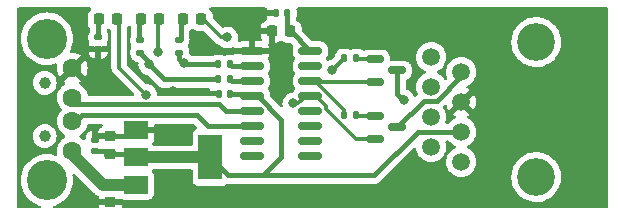
<source format=gbr>
%TF.GenerationSoftware,KiCad,Pcbnew,(6.0.4)*%
%TF.CreationDate,2023-01-25T11:34:55+09:00*%
%TF.ProjectId,naraetracker-usb-convertor,6e617261-6574-4726-9163-6b65722d7573,rev?*%
%TF.SameCoordinates,Original*%
%TF.FileFunction,Copper,L1,Top*%
%TF.FilePolarity,Positive*%
%FSLAX46Y46*%
G04 Gerber Fmt 4.6, Leading zero omitted, Abs format (unit mm)*
G04 Created by KiCad (PCBNEW (6.0.4)) date 2023-01-25 11:34:55*
%MOMM*%
%LPD*%
G01*
G04 APERTURE LIST*
G04 Aperture macros list*
%AMRoundRect*
0 Rectangle with rounded corners*
0 $1 Rounding radius*
0 $2 $3 $4 $5 $6 $7 $8 $9 X,Y pos of 4 corners*
0 Add a 4 corners polygon primitive as box body*
4,1,4,$2,$3,$4,$5,$6,$7,$8,$9,$2,$3,0*
0 Add four circle primitives for the rounded corners*
1,1,$1+$1,$2,$3*
1,1,$1+$1,$4,$5*
1,1,$1+$1,$6,$7*
1,1,$1+$1,$8,$9*
0 Add four rect primitives between the rounded corners*
20,1,$1+$1,$2,$3,$4,$5,0*
20,1,$1+$1,$4,$5,$6,$7,0*
20,1,$1+$1,$6,$7,$8,$9,0*
20,1,$1+$1,$8,$9,$2,$3,0*%
G04 Aperture macros list end*
%TA.AperFunction,SMDPad,CuDef*%
%ADD10RoundRect,0.150000X-0.825000X-0.150000X0.825000X-0.150000X0.825000X0.150000X-0.825000X0.150000X0*%
%TD*%
%TA.AperFunction,SMDPad,CuDef*%
%ADD11RoundRect,0.225000X-0.250000X0.225000X-0.250000X-0.225000X0.250000X-0.225000X0.250000X0.225000X0*%
%TD*%
%TA.AperFunction,SMDPad,CuDef*%
%ADD12RoundRect,0.135000X-0.135000X-0.185000X0.135000X-0.185000X0.135000X0.185000X-0.135000X0.185000X0*%
%TD*%
%TA.AperFunction,SMDPad,CuDef*%
%ADD13RoundRect,0.140000X-0.140000X-0.170000X0.140000X-0.170000X0.140000X0.170000X-0.140000X0.170000X0*%
%TD*%
%TA.AperFunction,SMDPad,CuDef*%
%ADD14RoundRect,0.140000X0.170000X-0.140000X0.170000X0.140000X-0.170000X0.140000X-0.170000X-0.140000X0*%
%TD*%
%TA.AperFunction,SMDPad,CuDef*%
%ADD15RoundRect,0.218750X-0.218750X-0.256250X0.218750X-0.256250X0.218750X0.256250X-0.218750X0.256250X0*%
%TD*%
%TA.AperFunction,ComponentPad*%
%ADD16C,3.200000*%
%TD*%
%TA.AperFunction,ComponentPad*%
%ADD17C,1.520000*%
%TD*%
%TA.AperFunction,SMDPad,CuDef*%
%ADD18R,2.000000X1.500000*%
%TD*%
%TA.AperFunction,SMDPad,CuDef*%
%ADD19R,2.000000X3.800000*%
%TD*%
%TA.AperFunction,ComponentPad*%
%ADD20C,1.000000*%
%TD*%
%TA.AperFunction,ComponentPad*%
%ADD21C,1.600000*%
%TD*%
%TA.AperFunction,ComponentPad*%
%ADD22C,3.400000*%
%TD*%
%TA.AperFunction,SMDPad,CuDef*%
%ADD23RoundRect,0.135000X0.135000X0.185000X-0.135000X0.185000X-0.135000X-0.185000X0.135000X-0.185000X0*%
%TD*%
%TA.AperFunction,SMDPad,CuDef*%
%ADD24RoundRect,0.135000X-0.185000X0.135000X-0.185000X-0.135000X0.185000X-0.135000X0.185000X0.135000X0*%
%TD*%
%TA.AperFunction,SMDPad,CuDef*%
%ADD25RoundRect,0.150000X-0.587500X-0.150000X0.587500X-0.150000X0.587500X0.150000X-0.587500X0.150000X0*%
%TD*%
%TA.AperFunction,SMDPad,CuDef*%
%ADD26RoundRect,0.225000X0.250000X-0.225000X0.250000X0.225000X-0.250000X0.225000X-0.250000X-0.225000X0*%
%TD*%
%TA.AperFunction,SMDPad,CuDef*%
%ADD27RoundRect,0.225000X-0.225000X-0.250000X0.225000X-0.250000X0.225000X0.250000X-0.225000X0.250000X0*%
%TD*%
%TA.AperFunction,ViaPad*%
%ADD28C,0.800000*%
%TD*%
%TA.AperFunction,Conductor*%
%ADD29C,1.000000*%
%TD*%
%TA.AperFunction,Conductor*%
%ADD30C,0.400000*%
%TD*%
%TA.AperFunction,Conductor*%
%ADD31C,0.300000*%
%TD*%
G04 APERTURE END LIST*
D10*
%TO.P,U2,1,GND*%
%TO.N,GND*%
X122747000Y-83947000D03*
%TO.P,U2,2,TXD*%
%TO.N,Net-(R1-Pad1)*%
X122747000Y-85217000D03*
%TO.P,U2,3,RXD*%
%TO.N,Net-(R2-Pad1)*%
X122747000Y-86487000D03*
%TO.P,U2,4,V3*%
%TO.N,+3V3*%
X122747000Y-87757000D03*
%TO.P,U2,5,UD+*%
%TO.N,/DP*%
X122747000Y-89027000D03*
%TO.P,U2,6,UD-*%
%TO.N,/DM*%
X122747000Y-90297000D03*
%TO.P,U2,7,NC*%
%TO.N,unconnected-(U2-Pad7)*%
X122747000Y-91567000D03*
%TO.P,U2,8,NC*%
%TO.N,unconnected-(U2-Pad8)*%
X122747000Y-92837000D03*
%TO.P,U2,9,~{CTS}*%
%TO.N,unconnected-(U2-Pad9)*%
X127697000Y-92837000D03*
%TO.P,U2,10,~{DSR}*%
%TO.N,unconnected-(U2-Pad10)*%
X127697000Y-91567000D03*
%TO.P,U2,11,~{RI}*%
%TO.N,unconnected-(U2-Pad11)*%
X127697000Y-90297000D03*
%TO.P,U2,12,~{DCD}*%
%TO.N,unconnected-(U2-Pad12)*%
X127697000Y-89027000D03*
%TO.P,U2,13,~{DTR}*%
%TO.N,Net-(Q1-Pad2)*%
X127697000Y-87757000D03*
%TO.P,U2,14,~{RTS}*%
%TO.N,Net-(Q2-Pad2)*%
X127697000Y-86487000D03*
%TO.P,U2,15,R232*%
%TO.N,unconnected-(U2-Pad15)*%
X127697000Y-85217000D03*
%TO.P,U2,16,VCC*%
%TO.N,Net-(C5-Pad2)*%
X127697000Y-83947000D03*
%TD*%
D11*
%TO.P,C1,1*%
%TO.N,VBUS*%
X110744000Y-95224000D03*
%TO.P,C1,2*%
%TO.N,GND*%
X110744000Y-96774000D03*
%TD*%
D12*
%TO.P,R4,1*%
%TO.N,Net-(Q1-Pad2)*%
X130554000Y-84582000D03*
%TO.P,R4,2*%
%TO.N,Net-(Q2-Pad1)*%
X131574000Y-84582000D03*
%TD*%
D13*
%TO.P,C5,1*%
%TO.N,GND*%
X124770000Y-80772000D03*
%TO.P,C5,2*%
%TO.N,Net-(C5-Pad2)*%
X125730000Y-80772000D03*
%TD*%
D14*
%TO.P,C3,1*%
%TO.N,+3V3*%
X109474000Y-92428000D03*
%TO.P,C3,2*%
%TO.N,GND*%
X109474000Y-91468000D03*
%TD*%
D15*
%TO.P,LEDRX1,1,K*%
%TO.N,Net-(LEDRX1-Pad1)*%
X113337000Y-81280000D03*
%TO.P,LEDRX1,2,A*%
%TO.N,+3V3*%
X114912000Y-81280000D03*
%TD*%
%TO.P,LEDPW1,1,K*%
%TO.N,Net-(LEDPW1-Pad1)*%
X109781000Y-81280000D03*
%TO.P,LEDPW1,2,A*%
%TO.N,+3V3*%
X111356000Y-81280000D03*
%TD*%
D16*
%TO.P,RJ1,*%
%TO.N,*%
X146812000Y-94620000D03*
X146812000Y-83190000D03*
D17*
%TO.P,RJ1,1,1*%
%TO.N,/TX*%
X140462000Y-93340000D03*
%TO.P,RJ1,2,2*%
%TO.N,/RST*%
X137922000Y-92070000D03*
%TO.P,RJ1,3,3*%
%TO.N,+3V3*%
X140462000Y-90800000D03*
%TO.P,RJ1,4,4*%
%TO.N,unconnected-(RJ1-Pad4)*%
X137922000Y-89530000D03*
%TO.P,RJ1,5,5*%
%TO.N,GND*%
X140462000Y-88270000D03*
%TO.P,RJ1,6,6*%
%TO.N,unconnected-(RJ1-Pad6)*%
X137922000Y-87000000D03*
%TO.P,RJ1,7,7*%
%TO.N,/IO0*%
X140462000Y-85720000D03*
%TO.P,RJ1,8,8*%
%TO.N,/RX*%
X137922000Y-84460000D03*
%TD*%
D18*
%TO.P,U1,1,GND*%
%TO.N,GND*%
X112928000Y-90664000D03*
D19*
%TO.P,U1,2,VO*%
%TO.N,+3V3*%
X119228000Y-92964000D03*
D18*
X112928000Y-92964000D03*
%TO.P,U1,3,VI*%
%TO.N,VBUS*%
X112928000Y-95264000D03*
%TD*%
D20*
%TO.P,USB1,*%
%TO.N,*%
X105191000Y-91150000D03*
X105191000Y-86650000D03*
D21*
%TO.P,USB1,1,VCC*%
%TO.N,VBUS*%
X107541000Y-92400000D03*
%TO.P,USB1,2,D-*%
%TO.N,/DM*%
X107541000Y-89900000D03*
%TO.P,USB1,3,D+*%
%TO.N,/DP*%
X107541000Y-87900000D03*
%TO.P,USB1,4,GND*%
%TO.N,GND*%
X107521000Y-85400000D03*
D22*
%TO.P,USB1,MH1,MH1*%
%TO.N,unconnected-(USB1-PadMH1)*%
X105381000Y-94900000D03*
%TO.P,USB1,MH2,MH2*%
%TO.N,unconnected-(USB1-PadMH2)*%
X105381000Y-82900000D03*
%TD*%
D23*
%TO.P,R2,1*%
%TO.N,Net-(R2-Pad1)*%
X120904000Y-86360000D03*
%TO.P,R2,2*%
%TO.N,/RX*%
X119884000Y-86360000D03*
%TD*%
D24*
%TO.P,R6,1*%
%TO.N,Net-(LEDTX1-Pad1)*%
X116586000Y-83058000D03*
%TO.P,R6,2*%
%TO.N,/TX*%
X116586000Y-84078000D03*
%TD*%
D23*
%TO.P,R1,1*%
%TO.N,Net-(R1-Pad1)*%
X120906000Y-85090000D03*
%TO.P,R1,2*%
%TO.N,/TX*%
X119886000Y-85090000D03*
%TD*%
D24*
%TO.P,R5,1*%
%TO.N,Net-(LEDPW1-Pad1)*%
X109728000Y-82800000D03*
%TO.P,R5,2*%
%TO.N,GND*%
X109728000Y-83820000D03*
%TD*%
D25*
%TO.P,Q2,1,B*%
%TO.N,Net-(Q2-Pad1)*%
X133174500Y-84648000D03*
%TO.P,Q2,2,E*%
%TO.N,Net-(Q2-Pad2)*%
X133174500Y-86548000D03*
%TO.P,Q2,3,C*%
%TO.N,/RST*%
X135049500Y-85598000D03*
%TD*%
D15*
%TO.P,LEDTX1,1,K*%
%TO.N,Net-(LEDTX1-Pad1)*%
X116893000Y-81280000D03*
%TO.P,LEDTX1,2,A*%
%TO.N,+3V3*%
X118468000Y-81280000D03*
%TD*%
D26*
%TO.P,C2,1*%
%TO.N,+3V3*%
X110744000Y-92710000D03*
%TO.P,C2,2*%
%TO.N,GND*%
X110744000Y-91160000D03*
%TD*%
D13*
%TO.P,C4,1*%
%TO.N,GND*%
X119916000Y-87630000D03*
%TO.P,C4,2*%
%TO.N,+3V3*%
X120876000Y-87630000D03*
%TD*%
D24*
%TO.P,R7,1*%
%TO.N,Net-(LEDRX1-Pad1)*%
X113284000Y-83058000D03*
%TO.P,R7,2*%
%TO.N,/RX*%
X113284000Y-84078000D03*
%TD*%
D25*
%TO.P,Q1,1,B*%
%TO.N,Net-(Q1-Pad1)*%
X133174500Y-89474000D03*
%TO.P,Q1,2,E*%
%TO.N,Net-(Q1-Pad2)*%
X133174500Y-91374000D03*
%TO.P,Q1,3,C*%
%TO.N,/IO0*%
X135049500Y-90424000D03*
%TD*%
D27*
%TO.P,C6,1*%
%TO.N,GND*%
X124434000Y-82296000D03*
%TO.P,C6,2*%
%TO.N,Net-(C5-Pad2)*%
X125984000Y-82296000D03*
%TD*%
D12*
%TO.P,R3,1*%
%TO.N,Net-(Q2-Pad2)*%
X130552000Y-89408000D03*
%TO.P,R3,2*%
%TO.N,Net-(Q1-Pad1)*%
X131572000Y-89408000D03*
%TD*%
D28*
%TO.N,GND*%
X117348000Y-90678000D03*
X116078000Y-87376000D03*
X121412000Y-80772000D03*
X108204000Y-83058000D03*
%TO.N,+3V3*%
X116078000Y-92964000D03*
X120650000Y-82804000D03*
X114808000Y-84074000D03*
X113792000Y-87657020D03*
%TO.N,Net-(Q1-Pad2)*%
X126238000Y-88392000D03*
X129540000Y-85598000D03*
%TO.N,/RST*%
X135636000Y-88138000D03*
%TO.N,/TX*%
X116965000Y-84965000D03*
%TO.N,/RX*%
X114046000Y-85090000D03*
%TD*%
D29*
%TO.N,VBUS*%
X110098000Y-95264000D02*
X112928000Y-95264000D01*
X107541000Y-92707000D02*
X110098000Y-95264000D01*
D30*
%TO.N,GND*%
X112432000Y-91160000D02*
X112928000Y-90664000D01*
X110998000Y-91160000D02*
X112432000Y-91160000D01*
D31*
%TO.N,+3V3*%
X111506000Y-85371020D02*
X113792000Y-87657020D01*
D30*
X133102203Y-94488000D02*
X136790203Y-90800000D01*
X110744000Y-92456000D02*
X110998000Y-92710000D01*
X136790203Y-90800000D02*
X140462000Y-90800000D01*
D31*
X114808000Y-84074000D02*
X114808000Y-81534000D01*
D30*
X125222000Y-89749862D02*
X125222000Y-92964000D01*
X120752000Y-94488000D02*
X119228000Y-92964000D01*
D29*
X112928000Y-92964000D02*
X116078000Y-92964000D01*
D30*
X109728000Y-92456000D02*
X110744000Y-92456000D01*
X110998000Y-92710000D02*
X112674000Y-92710000D01*
X123229138Y-87757000D02*
X125222000Y-89749862D01*
D29*
X116078000Y-92964000D02*
X119228000Y-92964000D01*
D31*
X114808000Y-81534000D02*
X115062000Y-81280000D01*
D30*
X123698000Y-94488000D02*
X133102203Y-94488000D01*
X123698000Y-94488000D02*
X120752000Y-94488000D01*
X120876000Y-87630000D02*
X122620000Y-87630000D01*
D31*
X111506000Y-85371020D02*
X111506000Y-81280000D01*
D30*
X112674000Y-92710000D02*
X112928000Y-92964000D01*
D31*
X120142000Y-82804000D02*
X118618000Y-81280000D01*
D30*
X122747000Y-87757000D02*
X123229138Y-87757000D01*
X122620000Y-87630000D02*
X122747000Y-87757000D01*
X125222000Y-92964000D02*
X123698000Y-94488000D01*
D31*
X120650000Y-82804000D02*
X120142000Y-82804000D01*
D30*
%TO.N,Net-(C5-Pad2)*%
X125730000Y-80772000D02*
X125730000Y-82042000D01*
X125984000Y-82296000D02*
X126046000Y-82296000D01*
X125730000Y-82042000D02*
X125984000Y-82296000D01*
X126046000Y-82296000D02*
X127697000Y-83947000D01*
%TO.N,Net-(LEDPW1-Pad1)*%
X109631000Y-81280000D02*
X109728000Y-81280000D01*
X109728000Y-81280000D02*
X109728000Y-82800000D01*
%TO.N,Net-(LEDRX1-Pad1)*%
X113187000Y-82961000D02*
X113284000Y-83058000D01*
D31*
X113330000Y-83012000D02*
X113284000Y-83058000D01*
D30*
X113187000Y-81280000D02*
X113187000Y-82961000D01*
%TO.N,Net-(LEDTX1-Pad1)*%
X116743000Y-81280000D02*
X116743000Y-82901000D01*
X116743000Y-82901000D02*
X116586000Y-83058000D01*
D31*
%TO.N,Net-(Q1-Pad1)*%
X133174500Y-89474000D02*
X131638000Y-89474000D01*
X131638000Y-89474000D02*
X131572000Y-89408000D01*
%TO.N,Net-(Q1-Pad2)*%
X129021520Y-88882734D02*
X129021520Y-88635520D01*
X131578786Y-91440000D02*
X129021520Y-88882734D01*
X130554000Y-84582000D02*
X130554000Y-84584000D01*
X128143000Y-87757000D02*
X127697000Y-87757000D01*
X133174500Y-91374000D02*
X133162000Y-91374000D01*
X126650573Y-88392000D02*
X127285573Y-87757000D01*
X126238000Y-88392000D02*
X126650573Y-88392000D01*
X127285573Y-87757000D02*
X127697000Y-87757000D01*
X133096000Y-91440000D02*
X131578786Y-91440000D01*
X130554000Y-84584000D02*
X129540000Y-85598000D01*
X129021520Y-88635520D02*
X128143000Y-87757000D01*
X133162000Y-91374000D02*
X133096000Y-91440000D01*
D30*
%TO.N,/IO0*%
X135049500Y-90424000D02*
X137313989Y-88159511D01*
X140462000Y-86106000D02*
X140462000Y-85337797D01*
X138408489Y-88159511D02*
X140462000Y-86106000D01*
X137313989Y-88159511D02*
X138408489Y-88159511D01*
D31*
%TO.N,Net-(Q2-Pad1)*%
X133174500Y-84648000D02*
X131640000Y-84648000D01*
X131640000Y-84648000D02*
X131574000Y-84582000D01*
%TO.N,Net-(Q2-Pad2)*%
X128108427Y-86487000D02*
X127697000Y-86487000D01*
X130552000Y-88930573D02*
X128108427Y-86487000D01*
X133174500Y-86548000D02*
X127758000Y-86548000D01*
X130552000Y-89408000D02*
X130552000Y-88930573D01*
X127758000Y-86548000D02*
X127697000Y-86487000D01*
D30*
%TO.N,/RST*%
X135636000Y-88138000D02*
X135049500Y-87551500D01*
X135049500Y-87551500D02*
X135049500Y-85598000D01*
%TO.N,Net-(R1-Pad1)*%
X122747000Y-85217000D02*
X121033000Y-85217000D01*
X121033000Y-85217000D02*
X120906000Y-85090000D01*
%TO.N,/TX*%
X116965000Y-84965000D02*
X116586000Y-84586000D01*
X119886000Y-85090000D02*
X117090000Y-85090000D01*
X117090000Y-85090000D02*
X116965000Y-84965000D01*
X116586000Y-84586000D02*
X116586000Y-84078000D01*
%TO.N,Net-(R2-Pad1)*%
X121031000Y-86487000D02*
X120904000Y-86360000D01*
X122747000Y-86487000D02*
X121031000Y-86487000D01*
%TO.N,/RX*%
X114046000Y-85090000D02*
X115316000Y-86360000D01*
X114046000Y-84840000D02*
X113284000Y-84078000D01*
X115316000Y-86360000D02*
X119884000Y-86360000D01*
X114046000Y-85090000D02*
X114046000Y-84840000D01*
%TO.N,/DP*%
X120523000Y-89027000D02*
X122747000Y-89027000D01*
X119952520Y-88456520D02*
X120523000Y-89027000D01*
X107541000Y-88207000D02*
X107790520Y-88456520D01*
X107790520Y-88456520D02*
X119952520Y-88456520D01*
%TO.N,/DM*%
X118999000Y-90297000D02*
X122747000Y-90297000D01*
X107541000Y-90207000D02*
X108340999Y-89407001D01*
X108340999Y-89407001D02*
X118109001Y-89407001D01*
X118109001Y-89407001D02*
X118999000Y-90297000D01*
%TD*%
%TA.AperFunction,Conductor*%
%TO.N,GND*%
G36*
X109056856Y-80284502D02*
G01*
X109103349Y-80338158D01*
X109113453Y-80408432D01*
X109083959Y-80473012D01*
X109077914Y-80479511D01*
X108987636Y-80569947D01*
X108898651Y-80714308D01*
X108896346Y-80721256D01*
X108896346Y-80721257D01*
X108852347Y-80853910D01*
X108845262Y-80875269D01*
X108835000Y-80975428D01*
X108835000Y-81584572D01*
X108845522Y-81685982D01*
X108899192Y-81846849D01*
X108988429Y-81991055D01*
X108992489Y-81995108D01*
X109018883Y-82060312D01*
X109019500Y-82072770D01*
X109019500Y-82251579D01*
X109001953Y-82315718D01*
X108951769Y-82400575D01*
X108951767Y-82400579D01*
X108947731Y-82407404D01*
X108945520Y-82415015D01*
X108945519Y-82415017D01*
X108942119Y-82426721D01*
X108902371Y-82563534D01*
X108901867Y-82569941D01*
X108901866Y-82569945D01*
X108899693Y-82597556D01*
X108899500Y-82600011D01*
X108899501Y-82999988D01*
X108902371Y-83036466D01*
X108925432Y-83115843D01*
X108945458Y-83184771D01*
X108947731Y-83192596D01*
X108979523Y-83246353D01*
X108996982Y-83315166D01*
X108979522Y-83374630D01*
X108952229Y-83420780D01*
X108945981Y-83435217D01*
X108913039Y-83548605D01*
X108913079Y-83562705D01*
X108920349Y-83566000D01*
X109390458Y-83566000D01*
X109425610Y-83571003D01*
X109435353Y-83573834D01*
X109435360Y-83573835D01*
X109441534Y-83575629D01*
X109447941Y-83576133D01*
X109447945Y-83576134D01*
X109475556Y-83578307D01*
X109475562Y-83578307D01*
X109478011Y-83578500D01*
X109727848Y-83578500D01*
X109977988Y-83578499D01*
X110014466Y-83575629D01*
X110020648Y-83573833D01*
X110020653Y-83573832D01*
X110030390Y-83571003D01*
X110065542Y-83566000D01*
X110529900Y-83566000D01*
X110543431Y-83562027D01*
X110544566Y-83554129D01*
X110510019Y-83435217D01*
X110503771Y-83420780D01*
X110476478Y-83374630D01*
X110459018Y-83305813D01*
X110476477Y-83246354D01*
X110508269Y-83192596D01*
X110510543Y-83184771D01*
X110551834Y-83042644D01*
X110553629Y-83036466D01*
X110554135Y-83030047D01*
X110556307Y-83002444D01*
X110556307Y-83002438D01*
X110556500Y-82999989D01*
X110556499Y-82600012D01*
X110553629Y-82563534D01*
X110513881Y-82426721D01*
X110510481Y-82415017D01*
X110510480Y-82415015D01*
X110508269Y-82407404D01*
X110504233Y-82400579D01*
X110504231Y-82400575D01*
X110454047Y-82315718D01*
X110436500Y-82251579D01*
X110436500Y-82180284D01*
X110456502Y-82112163D01*
X110473324Y-82091269D01*
X110479385Y-82085197D01*
X110541665Y-82051117D01*
X110612485Y-82056117D01*
X110657578Y-82085040D01*
X110683447Y-82110864D01*
X110689678Y-82114705D01*
X110689681Y-82114707D01*
X110787615Y-82175074D01*
X110835109Y-82227846D01*
X110847500Y-82282334D01*
X110847500Y-85288964D01*
X110846941Y-85300820D01*
X110845212Y-85308557D01*
X110847427Y-85379042D01*
X110847438Y-85379389D01*
X110847500Y-85383347D01*
X110847500Y-85412452D01*
X110848056Y-85416852D01*
X110848988Y-85428684D01*
X110850438Y-85474851D01*
X110852650Y-85482464D01*
X110852650Y-85482465D01*
X110856419Y-85495436D01*
X110860430Y-85514802D01*
X110863118Y-85536084D01*
X110866034Y-85543449D01*
X110866035Y-85543453D01*
X110880126Y-85579041D01*
X110883965Y-85590251D01*
X110896855Y-85634620D01*
X110907775Y-85653085D01*
X110916466Y-85670825D01*
X110924365Y-85690776D01*
X110949575Y-85725475D01*
X110951516Y-85728146D01*
X110958033Y-85738068D01*
X110977507Y-85770997D01*
X110977510Y-85771001D01*
X110981547Y-85777827D01*
X110996711Y-85792991D01*
X111009551Y-85808024D01*
X111022159Y-85825377D01*
X111054341Y-85852000D01*
X111057752Y-85854822D01*
X111066532Y-85862812D01*
X112736645Y-87532925D01*
X112770671Y-87595237D01*
X112765606Y-87666052D01*
X112723059Y-87722888D01*
X112656539Y-87747699D01*
X112647550Y-87748020D01*
X108951619Y-87748020D01*
X108883498Y-87728018D01*
X108837005Y-87674362D01*
X108829912Y-87654631D01*
X108826118Y-87640469D01*
X108784307Y-87484432D01*
X108776707Y-87456067D01*
X108776706Y-87456065D01*
X108775284Y-87450757D01*
X108772961Y-87445775D01*
X108680849Y-87248238D01*
X108680846Y-87248233D01*
X108678523Y-87243251D01*
X108601396Y-87133103D01*
X108550357Y-87060211D01*
X108550355Y-87060208D01*
X108547198Y-87055700D01*
X108385300Y-86893802D01*
X108380792Y-86890645D01*
X108380789Y-86890643D01*
X108298372Y-86832934D01*
X108197749Y-86762477D01*
X108189426Y-86758596D01*
X108188203Y-86757520D01*
X108187998Y-86757401D01*
X108188022Y-86757360D01*
X108136139Y-86711681D01*
X108116675Y-86643405D01*
X108137214Y-86575444D01*
X108177602Y-86537237D01*
X108177498Y-86537088D01*
X108178506Y-86536382D01*
X108179671Y-86535280D01*
X108182002Y-86533934D01*
X108234048Y-86497491D01*
X108242424Y-86487012D01*
X108235356Y-86473566D01*
X107533812Y-85772022D01*
X107519868Y-85764408D01*
X107518035Y-85764539D01*
X107511420Y-85768790D01*
X106805923Y-86474287D01*
X106799493Y-86486062D01*
X106808789Y-86498077D01*
X106859994Y-86533931D01*
X106869487Y-86539412D01*
X106872555Y-86540843D01*
X106873679Y-86541832D01*
X106874253Y-86542164D01*
X106874186Y-86542279D01*
X106925839Y-86587762D01*
X106945298Y-86656039D01*
X106924755Y-86723999D01*
X106884181Y-86762378D01*
X106884251Y-86762477D01*
X106879742Y-86765634D01*
X106879739Y-86765636D01*
X106701211Y-86890643D01*
X106701208Y-86890645D01*
X106696700Y-86893802D01*
X106534802Y-87055700D01*
X106531645Y-87060208D01*
X106531643Y-87060211D01*
X106480604Y-87133103D01*
X106403477Y-87243251D01*
X106401154Y-87248233D01*
X106401151Y-87248238D01*
X106309039Y-87445775D01*
X106306716Y-87450757D01*
X106305294Y-87456065D01*
X106305293Y-87456067D01*
X106251098Y-87658325D01*
X106247457Y-87671913D01*
X106227502Y-87900000D01*
X106247457Y-88128087D01*
X106248881Y-88133400D01*
X106248881Y-88133402D01*
X106301005Y-88327928D01*
X106306716Y-88349243D01*
X106309039Y-88354224D01*
X106309039Y-88354225D01*
X106401151Y-88551762D01*
X106401154Y-88551767D01*
X106403477Y-88556749D01*
X106461756Y-88639980D01*
X106521609Y-88725458D01*
X106534802Y-88744300D01*
X106601407Y-88810905D01*
X106635433Y-88873217D01*
X106630368Y-88944032D01*
X106601407Y-88989095D01*
X106534802Y-89055700D01*
X106531645Y-89060208D01*
X106531643Y-89060211D01*
X106517550Y-89080338D01*
X106403477Y-89243251D01*
X106401154Y-89248233D01*
X106401151Y-89248238D01*
X106328640Y-89403741D01*
X106306716Y-89450757D01*
X106305294Y-89456065D01*
X106305293Y-89456067D01*
X106253098Y-89650861D01*
X106247457Y-89671913D01*
X106227502Y-89900000D01*
X106247457Y-90128087D01*
X106248881Y-90133400D01*
X106248881Y-90133402D01*
X106299956Y-90324013D01*
X106306716Y-90349243D01*
X106309039Y-90354224D01*
X106309039Y-90354225D01*
X106401151Y-90551762D01*
X106401154Y-90551767D01*
X106403477Y-90556749D01*
X106446990Y-90618892D01*
X106511206Y-90710601D01*
X106534802Y-90744300D01*
X106696700Y-90906198D01*
X106701208Y-90909355D01*
X106701211Y-90909357D01*
X106743983Y-90939306D01*
X106884251Y-91037523D01*
X106889233Y-91039846D01*
X106891027Y-91040882D01*
X106940019Y-91092266D01*
X106953454Y-91161979D01*
X106927066Y-91227890D01*
X106891027Y-91259118D01*
X106889233Y-91260154D01*
X106884251Y-91262477D01*
X106820677Y-91306992D01*
X106701211Y-91390643D01*
X106701208Y-91390645D01*
X106696700Y-91393802D01*
X106534802Y-91555700D01*
X106531645Y-91560208D01*
X106531643Y-91560211D01*
X106488107Y-91622387D01*
X106403477Y-91743251D01*
X106401154Y-91748233D01*
X106401151Y-91748238D01*
X106314098Y-91934926D01*
X106306716Y-91950757D01*
X106305294Y-91956065D01*
X106305293Y-91956067D01*
X106249998Y-92162429D01*
X106247457Y-92171913D01*
X106227502Y-92400000D01*
X106247457Y-92628087D01*
X106248881Y-92633400D01*
X106248881Y-92633402D01*
X106255349Y-92657541D01*
X106253659Y-92728518D01*
X106213864Y-92787314D01*
X106148600Y-92815261D01*
X106093141Y-92809465D01*
X105957743Y-92763504D01*
X105953828Y-92762175D01*
X105949784Y-92761371D01*
X105949778Y-92761369D01*
X105673929Y-92706500D01*
X105673926Y-92706500D01*
X105669886Y-92705696D01*
X105665775Y-92705427D01*
X105665771Y-92705426D01*
X105385119Y-92687031D01*
X105381000Y-92686761D01*
X105376881Y-92687031D01*
X105096229Y-92705426D01*
X105096225Y-92705427D01*
X105092114Y-92705696D01*
X105088074Y-92706500D01*
X105088071Y-92706500D01*
X104812222Y-92761369D01*
X104812216Y-92761371D01*
X104808172Y-92762175D01*
X104804266Y-92763501D01*
X104804262Y-92763502D01*
X104537930Y-92853910D01*
X104534030Y-92855234D01*
X104530337Y-92857055D01*
X104530335Y-92857056D01*
X104423381Y-92909800D01*
X104274381Y-92983279D01*
X104033665Y-93144119D01*
X104030573Y-93146831D01*
X104030566Y-93146836D01*
X103836970Y-93316617D01*
X103816004Y-93335004D01*
X103813295Y-93338093D01*
X103627836Y-93549566D01*
X103627831Y-93549573D01*
X103625119Y-93552665D01*
X103464279Y-93793381D01*
X103336234Y-94053030D01*
X103334911Y-94056928D01*
X103334910Y-94056930D01*
X103247126Y-94315534D01*
X103243175Y-94327172D01*
X103242371Y-94331216D01*
X103242369Y-94331222D01*
X103188479Y-94602149D01*
X103186696Y-94611114D01*
X103186427Y-94615225D01*
X103186426Y-94615229D01*
X103183051Y-94666726D01*
X103167761Y-94900000D01*
X103168031Y-94904119D01*
X103186246Y-95182014D01*
X103186696Y-95188886D01*
X103187500Y-95192926D01*
X103187500Y-95192929D01*
X103237206Y-95442817D01*
X103243175Y-95472828D01*
X103244501Y-95476734D01*
X103244502Y-95476738D01*
X103334910Y-95743070D01*
X103336234Y-95746970D01*
X103464279Y-96006619D01*
X103625119Y-96247335D01*
X103627831Y-96250427D01*
X103627836Y-96250434D01*
X103764432Y-96406190D01*
X103816004Y-96464996D01*
X103819093Y-96467705D01*
X104030565Y-96653163D01*
X104030571Y-96653168D01*
X104033665Y-96655881D01*
X104274380Y-96816721D01*
X104278079Y-96818545D01*
X104278084Y-96818548D01*
X104530335Y-96942944D01*
X104534030Y-96944766D01*
X104537924Y-96946088D01*
X104537934Y-96946092D01*
X104803346Y-97036187D01*
X104861423Y-97077024D01*
X104888201Y-97142777D01*
X104875180Y-97212569D01*
X104826493Y-97264242D01*
X104762845Y-97281500D01*
X102996500Y-97281500D01*
X102928379Y-97261498D01*
X102881886Y-97207842D01*
X102870500Y-97155500D01*
X102870500Y-91135851D01*
X104177719Y-91135851D01*
X104178235Y-91141995D01*
X104193147Y-91319579D01*
X104194268Y-91332934D01*
X104216906Y-91411881D01*
X104246045Y-91513500D01*
X104248783Y-91523050D01*
X104251602Y-91528535D01*
X104308631Y-91639500D01*
X104339187Y-91698956D01*
X104462035Y-91853953D01*
X104466728Y-91857947D01*
X104466729Y-91857948D01*
X104581353Y-91955500D01*
X104612650Y-91982136D01*
X104785294Y-92078624D01*
X104973392Y-92139740D01*
X105169777Y-92163158D01*
X105175912Y-92162686D01*
X105175914Y-92162686D01*
X105360830Y-92148457D01*
X105360834Y-92148456D01*
X105366972Y-92147984D01*
X105557463Y-92094798D01*
X105562967Y-92092018D01*
X105562969Y-92092017D01*
X105728495Y-92008404D01*
X105728497Y-92008403D01*
X105733996Y-92005625D01*
X105889847Y-91883861D01*
X106004098Y-91751500D01*
X106015049Y-91738813D01*
X106015050Y-91738811D01*
X106019078Y-91734145D01*
X106116769Y-91562179D01*
X106179197Y-91374513D01*
X106203985Y-91178295D01*
X106204380Y-91150000D01*
X106185080Y-90953167D01*
X106182053Y-90943139D01*
X106137183Y-90794525D01*
X106127916Y-90763831D01*
X106035066Y-90589204D01*
X105949133Y-90483840D01*
X105913960Y-90440713D01*
X105913957Y-90440710D01*
X105910065Y-90435938D01*
X105903724Y-90430692D01*
X105762425Y-90313799D01*
X105762421Y-90313797D01*
X105757675Y-90309870D01*
X105583701Y-90215802D01*
X105394768Y-90157318D01*
X105388643Y-90156674D01*
X105388642Y-90156674D01*
X105204204Y-90137289D01*
X105204202Y-90137289D01*
X105198075Y-90136645D01*
X105119795Y-90143769D01*
X105007251Y-90154011D01*
X105007248Y-90154012D01*
X105001112Y-90154570D01*
X104995206Y-90156308D01*
X104995202Y-90156309D01*
X104907983Y-90181979D01*
X104811381Y-90210410D01*
X104805923Y-90213263D01*
X104805919Y-90213265D01*
X104717609Y-90259433D01*
X104636110Y-90302040D01*
X104481975Y-90425968D01*
X104354846Y-90577474D01*
X104351879Y-90582872D01*
X104351875Y-90582877D01*
X104284653Y-90705156D01*
X104259567Y-90750787D01*
X104257706Y-90756654D01*
X104257705Y-90756656D01*
X104209265Y-90909357D01*
X104199765Y-90939306D01*
X104177719Y-91135851D01*
X102870500Y-91135851D01*
X102870500Y-86635851D01*
X104177719Y-86635851D01*
X104178235Y-86641995D01*
X104193413Y-86822749D01*
X104194268Y-86832934D01*
X104204436Y-86868393D01*
X104246406Y-87014759D01*
X104248783Y-87023050D01*
X104251602Y-87028535D01*
X104329694Y-87180484D01*
X104339187Y-87198956D01*
X104462035Y-87353953D01*
X104466728Y-87357947D01*
X104466729Y-87357948D01*
X104587597Y-87460814D01*
X104612650Y-87482136D01*
X104785294Y-87578624D01*
X104973392Y-87639740D01*
X105169777Y-87663158D01*
X105175912Y-87662686D01*
X105175914Y-87662686D01*
X105360830Y-87648457D01*
X105360834Y-87648456D01*
X105366972Y-87647984D01*
X105557463Y-87594798D01*
X105562967Y-87592018D01*
X105562969Y-87592017D01*
X105728495Y-87508404D01*
X105728497Y-87508403D01*
X105733996Y-87505625D01*
X105889847Y-87383861D01*
X105999911Y-87256350D01*
X106015049Y-87238813D01*
X106015050Y-87238811D01*
X106019078Y-87234145D01*
X106116769Y-87062179D01*
X106179197Y-86874513D01*
X106203985Y-86678295D01*
X106204380Y-86650000D01*
X106185080Y-86453167D01*
X106127916Y-86263831D01*
X106035066Y-86089204D01*
X105928706Y-85958794D01*
X105913960Y-85940713D01*
X105913957Y-85940710D01*
X105910065Y-85935938D01*
X105903724Y-85930692D01*
X105762425Y-85813799D01*
X105762421Y-85813797D01*
X105757675Y-85809870D01*
X105583701Y-85715802D01*
X105394768Y-85657318D01*
X105388643Y-85656674D01*
X105388642Y-85656674D01*
X105204204Y-85637289D01*
X105204202Y-85637289D01*
X105198075Y-85636645D01*
X105115576Y-85644153D01*
X105007251Y-85654011D01*
X105007248Y-85654012D01*
X105001112Y-85654570D01*
X104995206Y-85656308D01*
X104995202Y-85656309D01*
X104909199Y-85681621D01*
X104811381Y-85710410D01*
X104805923Y-85713263D01*
X104805919Y-85713265D01*
X104715147Y-85760720D01*
X104636110Y-85802040D01*
X104481975Y-85925968D01*
X104354846Y-86077474D01*
X104351879Y-86082872D01*
X104351875Y-86082877D01*
X104309203Y-86160498D01*
X104259567Y-86250787D01*
X104257706Y-86256654D01*
X104257705Y-86256656D01*
X104215160Y-86390775D01*
X104199765Y-86439306D01*
X104177719Y-86635851D01*
X102870500Y-86635851D01*
X102870500Y-82900000D01*
X103167761Y-82900000D01*
X103168031Y-82904119D01*
X103186055Y-83179100D01*
X103186696Y-83188886D01*
X103187500Y-83192926D01*
X103187500Y-83192929D01*
X103240444Y-83459096D01*
X103243175Y-83472828D01*
X103244501Y-83476734D01*
X103244502Y-83476738D01*
X103320147Y-83699579D01*
X103336234Y-83746970D01*
X103338053Y-83750658D01*
X103338056Y-83750665D01*
X103371666Y-83818819D01*
X103464279Y-84006619D01*
X103625119Y-84247335D01*
X103627831Y-84250427D01*
X103627836Y-84250434D01*
X103786627Y-84431498D01*
X103816004Y-84464996D01*
X103819093Y-84467705D01*
X104030565Y-84653163D01*
X104030571Y-84653168D01*
X104033665Y-84655881D01*
X104274380Y-84816721D01*
X104278079Y-84818545D01*
X104278084Y-84818548D01*
X104520257Y-84937974D01*
X104534030Y-84944766D01*
X104537928Y-84946089D01*
X104537930Y-84946090D01*
X104804262Y-85036498D01*
X104804266Y-85036499D01*
X104808172Y-85037825D01*
X104812216Y-85038629D01*
X104812222Y-85038631D01*
X105088071Y-85093500D01*
X105088074Y-85093500D01*
X105092114Y-85094304D01*
X105096225Y-85094573D01*
X105096229Y-85094574D01*
X105376881Y-85112969D01*
X105381000Y-85113239D01*
X105385119Y-85112969D01*
X105665771Y-85094574D01*
X105665775Y-85094573D01*
X105669886Y-85094304D01*
X105673926Y-85093500D01*
X105673929Y-85093500D01*
X105949778Y-85038631D01*
X105949784Y-85038629D01*
X105953828Y-85037825D01*
X105974767Y-85030717D01*
X106071709Y-84997810D01*
X106142644Y-84994854D01*
X106203916Y-85030717D01*
X106236073Y-85094014D01*
X106233917Y-85149732D01*
X106229376Y-85166681D01*
X106227472Y-85177481D01*
X106208483Y-85394525D01*
X106208483Y-85405475D01*
X106227472Y-85622519D01*
X106229375Y-85633312D01*
X106285764Y-85843761D01*
X106289510Y-85854053D01*
X106381586Y-86051511D01*
X106387069Y-86061006D01*
X106423509Y-86113048D01*
X106433988Y-86121424D01*
X106447434Y-86114356D01*
X107160658Y-85401132D01*
X107885408Y-85401132D01*
X107885539Y-85402965D01*
X107889790Y-85409580D01*
X108595287Y-86115077D01*
X108607062Y-86121507D01*
X108619077Y-86112211D01*
X108654931Y-86061006D01*
X108660414Y-86051511D01*
X108752490Y-85854053D01*
X108756236Y-85843761D01*
X108812625Y-85633312D01*
X108814528Y-85622519D01*
X108833517Y-85405475D01*
X108833517Y-85394525D01*
X108814528Y-85177481D01*
X108812625Y-85166688D01*
X108756236Y-84956239D01*
X108752490Y-84945947D01*
X108660414Y-84748489D01*
X108654931Y-84738994D01*
X108618491Y-84686952D01*
X108608012Y-84678576D01*
X108594566Y-84685644D01*
X107893022Y-85387188D01*
X107885408Y-85401132D01*
X107160658Y-85401132D01*
X108236077Y-84325713D01*
X108242507Y-84313938D01*
X108233211Y-84301923D01*
X108182006Y-84266069D01*
X108172511Y-84260586D01*
X107975053Y-84168510D01*
X107964761Y-84164764D01*
X107754312Y-84108375D01*
X107743519Y-84106472D01*
X107526475Y-84087483D01*
X107515515Y-84087483D01*
X107469215Y-84091534D01*
X107441036Y-84085871D01*
X108911434Y-84085871D01*
X108945981Y-84204783D01*
X108952230Y-84219222D01*
X109026854Y-84345405D01*
X109036501Y-84357841D01*
X109140159Y-84461499D01*
X109152595Y-84471146D01*
X109278778Y-84545770D01*
X109293217Y-84552019D01*
X109435436Y-84593338D01*
X109448023Y-84595637D01*
X109455943Y-84596260D01*
X109471030Y-84593090D01*
X109474000Y-84581626D01*
X109474000Y-84579566D01*
X109982000Y-84579566D01*
X109986344Y-84594361D01*
X109998003Y-84596421D01*
X110007977Y-84595637D01*
X110020564Y-84593338D01*
X110162783Y-84552019D01*
X110177222Y-84545770D01*
X110303405Y-84471146D01*
X110315841Y-84461499D01*
X110419499Y-84357841D01*
X110429146Y-84345405D01*
X110503770Y-84219222D01*
X110510019Y-84204783D01*
X110542961Y-84091395D01*
X110542921Y-84077295D01*
X110535651Y-84074000D01*
X110000115Y-84074000D01*
X109984876Y-84078475D01*
X109983671Y-84079865D01*
X109982000Y-84087548D01*
X109982000Y-84579566D01*
X109474000Y-84579566D01*
X109474000Y-84092115D01*
X109469525Y-84076876D01*
X109468135Y-84075671D01*
X109460452Y-84074000D01*
X108926100Y-84074000D01*
X108912569Y-84077973D01*
X108911434Y-84085871D01*
X107441036Y-84085871D01*
X107399610Y-84077546D01*
X107348618Y-84028147D01*
X107332427Y-83959021D01*
X107345226Y-83910288D01*
X107425766Y-83746970D01*
X107441853Y-83699579D01*
X107517498Y-83476738D01*
X107517499Y-83476734D01*
X107518825Y-83472828D01*
X107521557Y-83459096D01*
X107574500Y-83192929D01*
X107574500Y-83192926D01*
X107575304Y-83188886D01*
X107575946Y-83179100D01*
X107593969Y-82904119D01*
X107594239Y-82900000D01*
X107587516Y-82797435D01*
X107575574Y-82615229D01*
X107575573Y-82615225D01*
X107575304Y-82611114D01*
X107574500Y-82607071D01*
X107519631Y-82331222D01*
X107519629Y-82331216D01*
X107518825Y-82327172D01*
X107509739Y-82300404D01*
X107427090Y-82056930D01*
X107427089Y-82056928D01*
X107425766Y-82053030D01*
X107396704Y-81994097D01*
X107299550Y-81797090D01*
X107297721Y-81793381D01*
X107136881Y-81552665D01*
X107134169Y-81549573D01*
X107134164Y-81549566D01*
X106948705Y-81338093D01*
X106945996Y-81335004D01*
X106913976Y-81306923D01*
X106731435Y-81146837D01*
X106731429Y-81146832D01*
X106728335Y-81144119D01*
X106487620Y-80983279D01*
X106483921Y-80981455D01*
X106483916Y-80981452D01*
X106231665Y-80857056D01*
X106231663Y-80857055D01*
X106227970Y-80855234D01*
X106224070Y-80853910D01*
X105957738Y-80763502D01*
X105957734Y-80763501D01*
X105953828Y-80762175D01*
X105949784Y-80761371D01*
X105949778Y-80761369D01*
X105673929Y-80706500D01*
X105673926Y-80706500D01*
X105669886Y-80705696D01*
X105665775Y-80705427D01*
X105665771Y-80705426D01*
X105385119Y-80687031D01*
X105381000Y-80686761D01*
X105376881Y-80687031D01*
X105096229Y-80705426D01*
X105096225Y-80705427D01*
X105092114Y-80705696D01*
X105088074Y-80706500D01*
X105088071Y-80706500D01*
X104812222Y-80761369D01*
X104812216Y-80761371D01*
X104808172Y-80762175D01*
X104804266Y-80763501D01*
X104804262Y-80763502D01*
X104537930Y-80853910D01*
X104534030Y-80855234D01*
X104530337Y-80857055D01*
X104530335Y-80857056D01*
X104495940Y-80874018D01*
X104274381Y-80983279D01*
X104033665Y-81144119D01*
X104030573Y-81146831D01*
X104030566Y-81146836D01*
X103848024Y-81306923D01*
X103816004Y-81335004D01*
X103813295Y-81338093D01*
X103627836Y-81549566D01*
X103627831Y-81549573D01*
X103625119Y-81552665D01*
X103464279Y-81793381D01*
X103462450Y-81797090D01*
X103365297Y-81994097D01*
X103336234Y-82053030D01*
X103334911Y-82056928D01*
X103334910Y-82056930D01*
X103252262Y-82300404D01*
X103243175Y-82327172D01*
X103242371Y-82331216D01*
X103242369Y-82331222D01*
X103187500Y-82607071D01*
X103186696Y-82611114D01*
X103186427Y-82615225D01*
X103186426Y-82615229D01*
X103174484Y-82797435D01*
X103167761Y-82900000D01*
X102870500Y-82900000D01*
X102870500Y-80390500D01*
X102890502Y-80322379D01*
X102944158Y-80275886D01*
X102996500Y-80264500D01*
X108988735Y-80264500D01*
X109056856Y-80284502D01*
G37*
%TD.AperFunction*%
%TA.AperFunction,Conductor*%
G36*
X152849621Y-80284502D02*
G01*
X152896114Y-80338158D01*
X152907500Y-80390500D01*
X152907500Y-97155500D01*
X152887498Y-97223621D01*
X152833842Y-97270114D01*
X152781500Y-97281500D01*
X111842615Y-97281500D01*
X111774494Y-97261498D01*
X111728001Y-97207842D01*
X111717271Y-97142657D01*
X111726672Y-97050901D01*
X111726929Y-97045874D01*
X111722525Y-97030876D01*
X111721135Y-97029671D01*
X111713452Y-97028000D01*
X109779115Y-97028000D01*
X109763876Y-97032475D01*
X109762671Y-97033865D01*
X109761000Y-97041548D01*
X109761000Y-97044438D01*
X109761337Y-97050953D01*
X109770836Y-97142495D01*
X109757972Y-97212317D01*
X109709401Y-97264099D01*
X109645509Y-97281500D01*
X105999155Y-97281500D01*
X105931034Y-97261498D01*
X105884541Y-97207842D01*
X105874437Y-97137568D01*
X105903931Y-97072988D01*
X105958654Y-97036187D01*
X106224066Y-96946092D01*
X106224076Y-96946088D01*
X106227970Y-96944766D01*
X106231665Y-96942944D01*
X106483916Y-96818548D01*
X106483921Y-96818545D01*
X106487620Y-96816721D01*
X106728335Y-96655881D01*
X106731429Y-96653168D01*
X106731435Y-96653163D01*
X106942907Y-96467705D01*
X106945996Y-96464996D01*
X106997568Y-96406190D01*
X107134164Y-96250434D01*
X107134169Y-96250427D01*
X107136881Y-96247335D01*
X107297721Y-96006619D01*
X107425766Y-95746970D01*
X107427090Y-95743070D01*
X107517498Y-95476738D01*
X107517499Y-95476734D01*
X107518825Y-95472828D01*
X107524795Y-95442817D01*
X107574500Y-95192929D01*
X107574500Y-95192926D01*
X107575304Y-95188886D01*
X107575755Y-95182014D01*
X107593969Y-94904119D01*
X107594239Y-94900000D01*
X107578949Y-94666726D01*
X107575574Y-94615229D01*
X107575573Y-94615225D01*
X107575304Y-94611114D01*
X107572670Y-94597869D01*
X107546197Y-94464782D01*
X107552525Y-94394068D01*
X107596080Y-94338001D01*
X107663032Y-94314382D01*
X107732126Y-94330709D01*
X107758871Y-94351106D01*
X109341145Y-95933379D01*
X109350247Y-95943522D01*
X109373968Y-95973025D01*
X109378696Y-95976992D01*
X109412421Y-96005291D01*
X109416069Y-96008472D01*
X109417881Y-96010115D01*
X109420075Y-96012309D01*
X109453349Y-96039642D01*
X109454147Y-96040304D01*
X109525474Y-96100154D01*
X109530144Y-96102722D01*
X109534261Y-96106103D01*
X109582028Y-96131715D01*
X109616086Y-96149977D01*
X109617245Y-96150606D01*
X109693381Y-96192462D01*
X109693389Y-96192465D01*
X109698787Y-96195433D01*
X109703869Y-96197045D01*
X109708563Y-96199562D01*
X109714207Y-96201288D01*
X109769342Y-96245872D01*
X109791648Y-96313273D01*
X109785314Y-96357225D01*
X109773509Y-96392814D01*
X109770642Y-96406190D01*
X109761328Y-96497097D01*
X109761071Y-96502126D01*
X109765475Y-96517124D01*
X109766865Y-96518329D01*
X109774548Y-96520000D01*
X111708883Y-96520000D01*
X111735910Y-96512064D01*
X111802381Y-96512064D01*
X111802600Y-96511144D01*
X111806469Y-96512064D01*
X111806906Y-96512064D01*
X111807987Y-96512425D01*
X111810286Y-96512971D01*
X111817684Y-96515745D01*
X111879866Y-96522500D01*
X113976134Y-96522500D01*
X114038316Y-96515745D01*
X114174705Y-96464615D01*
X114291261Y-96377261D01*
X114378615Y-96260705D01*
X114429745Y-96124316D01*
X114436500Y-96062134D01*
X114436500Y-94465866D01*
X114429745Y-94403684D01*
X114378615Y-94267295D01*
X114320358Y-94189563D01*
X114295511Y-94123059D01*
X114310564Y-94053677D01*
X114320354Y-94038442D01*
X114331978Y-94022932D01*
X114388837Y-93980419D01*
X114432802Y-93972500D01*
X117593500Y-93972500D01*
X117661621Y-93992502D01*
X117708114Y-94046158D01*
X117719500Y-94098500D01*
X117719500Y-94912134D01*
X117726255Y-94974316D01*
X117777385Y-95110705D01*
X117864739Y-95227261D01*
X117981295Y-95314615D01*
X118117684Y-95365745D01*
X118179866Y-95372500D01*
X120276134Y-95372500D01*
X120338316Y-95365745D01*
X120474705Y-95314615D01*
X120591261Y-95227261D01*
X120592119Y-95228406D01*
X120646055Y-95198954D01*
X120695796Y-95198184D01*
X120707186Y-95200295D01*
X120714766Y-95199858D01*
X120714767Y-95199858D01*
X120769380Y-95196709D01*
X120776633Y-95196500D01*
X123669088Y-95196500D01*
X123677658Y-95196792D01*
X123727775Y-95200209D01*
X123727779Y-95200209D01*
X123735352Y-95200725D01*
X123742829Y-95199420D01*
X123742832Y-95199420D01*
X123748812Y-95198376D01*
X123770474Y-95196500D01*
X133073291Y-95196500D01*
X133081861Y-95196792D01*
X133131979Y-95200209D01*
X133131983Y-95200209D01*
X133139555Y-95200725D01*
X133147032Y-95199420D01*
X133147033Y-95199420D01*
X133173511Y-95194799D01*
X133202506Y-95189738D01*
X133209024Y-95188777D01*
X133272445Y-95181102D01*
X133279546Y-95178419D01*
X133282155Y-95177778D01*
X133298465Y-95173315D01*
X133301001Y-95172550D01*
X133308487Y-95171243D01*
X133367003Y-95145556D01*
X133373107Y-95143065D01*
X133425751Y-95123173D01*
X133425752Y-95123172D01*
X133432859Y-95120487D01*
X133439122Y-95116183D01*
X133441488Y-95114946D01*
X133456300Y-95106701D01*
X133458554Y-95105368D01*
X133465508Y-95102315D01*
X133516205Y-95063413D01*
X133521535Y-95059541D01*
X133567923Y-95027661D01*
X133567928Y-95027656D01*
X133574184Y-95023357D01*
X133615639Y-94976829D01*
X133620619Y-94971554D01*
X136447414Y-92144759D01*
X136509726Y-92110733D01*
X136580541Y-92115798D01*
X136637377Y-92158345D01*
X136662030Y-92222873D01*
X136667520Y-92285633D01*
X136667521Y-92285638D01*
X136668000Y-92291114D01*
X136669424Y-92296427D01*
X136669424Y-92296429D01*
X136703446Y-92423399D01*
X136725447Y-92505510D01*
X136727769Y-92510490D01*
X136727770Y-92510492D01*
X136816925Y-92701685D01*
X136816928Y-92701690D01*
X136819251Y-92706672D01*
X136822407Y-92711179D01*
X136822408Y-92711181D01*
X136942267Y-92882357D01*
X136946561Y-92888490D01*
X137103510Y-93045439D01*
X137108018Y-93048596D01*
X137108021Y-93048598D01*
X137148101Y-93076662D01*
X137285327Y-93172749D01*
X137290309Y-93175072D01*
X137290314Y-93175075D01*
X137466919Y-93257427D01*
X137486490Y-93266553D01*
X137491798Y-93267975D01*
X137491800Y-93267976D01*
X137695571Y-93322576D01*
X137695573Y-93322576D01*
X137700886Y-93324000D01*
X137922000Y-93343345D01*
X138143114Y-93324000D01*
X138148427Y-93322576D01*
X138148429Y-93322576D01*
X138352200Y-93267976D01*
X138352202Y-93267975D01*
X138357510Y-93266553D01*
X138377081Y-93257427D01*
X138553686Y-93175075D01*
X138553691Y-93175072D01*
X138558673Y-93172749D01*
X138695899Y-93076662D01*
X138735979Y-93048598D01*
X138735982Y-93048596D01*
X138740490Y-93045439D01*
X138897439Y-92888490D01*
X138901734Y-92882357D01*
X139021592Y-92711181D01*
X139021593Y-92711179D01*
X139024749Y-92706672D01*
X139027072Y-92701690D01*
X139027075Y-92701685D01*
X139116230Y-92510492D01*
X139116231Y-92510490D01*
X139118553Y-92505510D01*
X139140555Y-92423399D01*
X139174576Y-92296429D01*
X139174576Y-92296427D01*
X139176000Y-92291114D01*
X139195345Y-92070000D01*
X139176000Y-91848886D01*
X139168483Y-91820831D01*
X139127294Y-91667111D01*
X139128984Y-91596134D01*
X139168778Y-91537339D01*
X139234043Y-91509391D01*
X139249001Y-91508500D01*
X139343954Y-91508500D01*
X139412075Y-91528502D01*
X139447167Y-91562230D01*
X139483398Y-91613974D01*
X139483402Y-91613979D01*
X139486561Y-91618490D01*
X139643510Y-91775439D01*
X139648018Y-91778596D01*
X139648021Y-91778598D01*
X139708336Y-91820831D01*
X139825327Y-91902749D01*
X139830309Y-91905072D01*
X139830314Y-91905075D01*
X139939106Y-91955805D01*
X139992391Y-92002722D01*
X140011852Y-92071000D01*
X139991310Y-92138959D01*
X139939106Y-92184195D01*
X139830315Y-92234925D01*
X139830310Y-92234928D01*
X139825328Y-92237251D01*
X139820821Y-92240407D01*
X139820819Y-92240408D01*
X139648021Y-92361402D01*
X139648018Y-92361404D01*
X139643510Y-92364561D01*
X139486561Y-92521510D01*
X139483404Y-92526018D01*
X139483402Y-92526021D01*
X139382216Y-92670530D01*
X139359251Y-92703328D01*
X139356928Y-92708310D01*
X139356925Y-92708315D01*
X139287566Y-92857056D01*
X139265447Y-92904490D01*
X139264025Y-92909798D01*
X139264024Y-92909800D01*
X139224861Y-93055958D01*
X139208000Y-93118886D01*
X139188655Y-93340000D01*
X139208000Y-93561114D01*
X139209424Y-93566427D01*
X139209424Y-93566429D01*
X139261157Y-93759498D01*
X139265447Y-93775510D01*
X139267769Y-93780490D01*
X139267770Y-93780492D01*
X139356925Y-93971685D01*
X139356928Y-93971690D01*
X139359251Y-93976672D01*
X139362407Y-93981179D01*
X139362408Y-93981181D01*
X139481134Y-94150739D01*
X139486561Y-94158490D01*
X139643510Y-94315439D01*
X139648018Y-94318596D01*
X139648021Y-94318598D01*
X139723687Y-94371580D01*
X139825327Y-94442749D01*
X139830309Y-94445072D01*
X139830314Y-94445075D01*
X140021508Y-94534230D01*
X140026490Y-94536553D01*
X140031798Y-94537975D01*
X140031800Y-94537976D01*
X140235571Y-94592576D01*
X140235573Y-94592576D01*
X140240886Y-94594000D01*
X140462000Y-94613345D01*
X140638891Y-94597869D01*
X144698689Y-94597869D01*
X144715238Y-94884883D01*
X144716063Y-94889088D01*
X144716064Y-94889096D01*
X144741293Y-95017686D01*
X144770586Y-95166995D01*
X144771973Y-95171045D01*
X144771974Y-95171050D01*
X144862321Y-95434930D01*
X144863710Y-95438986D01*
X144992885Y-95695822D01*
X145155721Y-95932750D01*
X145158608Y-95935923D01*
X145158609Y-95935924D01*
X145346316Y-96142212D01*
X145349206Y-96145388D01*
X145352501Y-96148143D01*
X145352502Y-96148144D01*
X145495719Y-96267891D01*
X145569759Y-96329798D01*
X145813298Y-96482571D01*
X146075318Y-96600877D01*
X146079437Y-96602097D01*
X146346857Y-96681311D01*
X146346862Y-96681312D01*
X146350970Y-96682529D01*
X146355204Y-96683177D01*
X146355209Y-96683178D01*
X146603811Y-96721219D01*
X146635153Y-96726015D01*
X146781485Y-96728314D01*
X146918317Y-96730464D01*
X146918323Y-96730464D01*
X146922608Y-96730531D01*
X146926860Y-96730016D01*
X146926868Y-96730016D01*
X147203756Y-96696508D01*
X147203761Y-96696507D01*
X147208017Y-96695992D01*
X147486097Y-96623039D01*
X147751704Y-96513021D01*
X147934523Y-96406190D01*
X147996219Y-96370138D01*
X147996220Y-96370137D01*
X147999922Y-96367974D01*
X148226159Y-96190582D01*
X148264899Y-96150606D01*
X148404432Y-96006619D01*
X148426227Y-95984128D01*
X148428760Y-95980680D01*
X148428764Y-95980675D01*
X148593887Y-95755886D01*
X148596425Y-95752431D01*
X148733604Y-95499779D01*
X148835225Y-95230848D01*
X148881761Y-95027661D01*
X148898449Y-94954797D01*
X148898450Y-94954793D01*
X148899407Y-94950613D01*
X148903557Y-94904119D01*
X148924743Y-94666726D01*
X148924743Y-94666724D01*
X148924963Y-94664260D01*
X148925427Y-94620000D01*
X148923687Y-94594479D01*
X148906165Y-94337452D01*
X148906164Y-94337446D01*
X148905873Y-94333175D01*
X148901336Y-94311264D01*
X148869698Y-94158490D01*
X148847574Y-94051658D01*
X148751607Y-93780657D01*
X148619750Y-93525188D01*
X148606488Y-93506317D01*
X148522616Y-93386980D01*
X148454441Y-93289977D01*
X148318901Y-93144119D01*
X148261661Y-93082521D01*
X148261658Y-93082519D01*
X148258740Y-93079378D01*
X148036268Y-92897287D01*
X147791142Y-92747073D01*
X147773048Y-92739130D01*
X147531830Y-92633243D01*
X147527898Y-92631517D01*
X147501963Y-92624129D01*
X147255534Y-92553932D01*
X147255535Y-92553932D01*
X147251406Y-92552756D01*
X147031856Y-92521510D01*
X146971036Y-92512854D01*
X146971034Y-92512854D01*
X146966784Y-92512249D01*
X146962495Y-92512227D01*
X146962488Y-92512226D01*
X146683583Y-92510765D01*
X146683576Y-92510765D01*
X146679297Y-92510743D01*
X146675053Y-92511302D01*
X146675049Y-92511302D01*
X146597513Y-92521510D01*
X146394266Y-92548268D01*
X146390126Y-92549401D01*
X146390124Y-92549401D01*
X146313311Y-92570415D01*
X146116964Y-92624129D01*
X146113016Y-92625813D01*
X145856476Y-92735237D01*
X145856472Y-92735239D01*
X145852524Y-92736923D01*
X145768327Y-92787314D01*
X145609521Y-92882357D01*
X145609517Y-92882360D01*
X145605839Y-92884561D01*
X145381472Y-93064313D01*
X145308233Y-93141491D01*
X145189554Y-93266553D01*
X145183577Y-93272851D01*
X145079032Y-93418340D01*
X145030814Y-93485443D01*
X145015814Y-93506317D01*
X144881288Y-93760392D01*
X144831889Y-93895382D01*
X144800770Y-93980419D01*
X144782489Y-94030373D01*
X144721245Y-94311264D01*
X144720909Y-94315534D01*
X144699106Y-94592576D01*
X144698689Y-94597869D01*
X140638891Y-94597869D01*
X140683114Y-94594000D01*
X140688427Y-94592576D01*
X140688429Y-94592576D01*
X140892200Y-94537976D01*
X140892202Y-94537975D01*
X140897510Y-94536553D01*
X140902492Y-94534230D01*
X141093686Y-94445075D01*
X141093691Y-94445072D01*
X141098673Y-94442749D01*
X141200313Y-94371580D01*
X141275979Y-94318598D01*
X141275982Y-94318596D01*
X141280490Y-94315439D01*
X141437439Y-94158490D01*
X141442867Y-94150739D01*
X141561592Y-93981181D01*
X141561593Y-93981179D01*
X141564749Y-93976672D01*
X141567072Y-93971690D01*
X141567075Y-93971685D01*
X141656230Y-93780492D01*
X141656231Y-93780490D01*
X141658553Y-93775510D01*
X141662844Y-93759498D01*
X141714576Y-93566429D01*
X141714576Y-93566427D01*
X141716000Y-93561114D01*
X141735345Y-93340000D01*
X141716000Y-93118886D01*
X141699139Y-93055958D01*
X141659976Y-92909800D01*
X141659975Y-92909798D01*
X141658553Y-92904490D01*
X141636434Y-92857056D01*
X141567075Y-92708315D01*
X141567072Y-92708310D01*
X141564749Y-92703328D01*
X141541784Y-92670530D01*
X141440598Y-92526021D01*
X141440596Y-92526018D01*
X141437439Y-92521510D01*
X141280490Y-92364561D01*
X141275982Y-92361404D01*
X141275979Y-92361402D01*
X141131853Y-92260484D01*
X141098673Y-92237251D01*
X141093691Y-92234928D01*
X141093686Y-92234925D01*
X140984894Y-92184195D01*
X140931609Y-92137278D01*
X140912148Y-92069000D01*
X140932690Y-92001041D01*
X140984894Y-91955805D01*
X141093686Y-91905075D01*
X141093691Y-91905072D01*
X141098673Y-91902749D01*
X141215664Y-91820831D01*
X141275979Y-91778598D01*
X141275982Y-91778596D01*
X141280490Y-91775439D01*
X141437439Y-91618490D01*
X141440602Y-91613974D01*
X141561592Y-91441181D01*
X141561593Y-91441179D01*
X141564749Y-91436672D01*
X141567072Y-91431690D01*
X141567075Y-91431685D01*
X141656230Y-91240492D01*
X141656231Y-91240490D01*
X141658553Y-91235510D01*
X141677004Y-91166652D01*
X141714576Y-91026429D01*
X141714576Y-91026427D01*
X141716000Y-91021114D01*
X141735345Y-90800000D01*
X141716000Y-90578886D01*
X141714355Y-90572747D01*
X141659976Y-90369800D01*
X141659975Y-90369798D01*
X141658553Y-90364490D01*
X141651164Y-90348645D01*
X141567075Y-90168315D01*
X141567072Y-90168310D01*
X141564749Y-90163328D01*
X141557129Y-90152445D01*
X141440598Y-89986021D01*
X141440596Y-89986018D01*
X141437439Y-89981510D01*
X141280490Y-89824561D01*
X141275982Y-89821404D01*
X141275979Y-89821402D01*
X141131283Y-89720085D01*
X141098673Y-89697251D01*
X141093685Y-89694925D01*
X140995026Y-89648919D01*
X140941741Y-89602001D01*
X140922280Y-89533724D01*
X140942822Y-89465764D01*
X140995026Y-89420529D01*
X141093435Y-89374641D01*
X141102931Y-89369158D01*
X141146329Y-89338770D01*
X141154704Y-89328293D01*
X141147635Y-89314845D01*
X140474812Y-88642022D01*
X140460868Y-88634408D01*
X140459035Y-88634539D01*
X140452420Y-88638790D01*
X139775643Y-89315567D01*
X139769213Y-89327342D01*
X139778509Y-89339357D01*
X139821069Y-89369158D01*
X139830566Y-89374641D01*
X139928974Y-89420530D01*
X139982259Y-89467448D01*
X140001720Y-89535725D01*
X139981178Y-89603685D01*
X139928975Y-89648919D01*
X139924811Y-89650861D01*
X139830315Y-89694925D01*
X139830310Y-89694928D01*
X139825328Y-89697251D01*
X139820821Y-89700407D01*
X139820819Y-89700408D01*
X139648021Y-89821402D01*
X139648018Y-89821404D01*
X139643510Y-89824561D01*
X139486561Y-89981510D01*
X139483403Y-89986020D01*
X139483398Y-89986026D01*
X139447167Y-90037770D01*
X139391711Y-90082099D01*
X139343954Y-90091500D01*
X139249001Y-90091500D01*
X139180880Y-90071498D01*
X139134387Y-90017842D01*
X139124283Y-89947568D01*
X139127294Y-89932889D01*
X139174576Y-89756429D01*
X139174576Y-89756427D01*
X139176000Y-89751114D01*
X139195345Y-89530000D01*
X139176000Y-89308886D01*
X139173503Y-89299568D01*
X139119976Y-89099800D01*
X139119975Y-89099798D01*
X139118553Y-89094490D01*
X139102656Y-89060399D01*
X139027075Y-88898315D01*
X139027072Y-88898310D01*
X139024749Y-88893328D01*
X138942028Y-88775190D01*
X138919340Y-88707916D01*
X138936625Y-88639055D01*
X138956146Y-88613824D01*
X139026798Y-88543172D01*
X139089110Y-88509146D01*
X139159925Y-88514211D01*
X139216761Y-88556758D01*
X139237599Y-88599655D01*
X139264492Y-88700020D01*
X139268241Y-88710320D01*
X139357359Y-88901435D01*
X139362842Y-88910931D01*
X139393230Y-88954329D01*
X139403707Y-88962704D01*
X139417155Y-88955635D01*
X140101658Y-88271132D01*
X140826408Y-88271132D01*
X140826539Y-88272965D01*
X140830790Y-88279580D01*
X141507567Y-88956357D01*
X141519342Y-88962787D01*
X141531357Y-88953491D01*
X141561158Y-88910931D01*
X141566641Y-88901435D01*
X141655759Y-88710320D01*
X141659505Y-88700028D01*
X141714083Y-88496340D01*
X141715986Y-88485547D01*
X141734365Y-88275475D01*
X141734365Y-88264525D01*
X141715986Y-88054453D01*
X141714083Y-88043660D01*
X141659505Y-87839972D01*
X141655759Y-87829680D01*
X141566641Y-87638565D01*
X141561158Y-87629069D01*
X141530770Y-87585671D01*
X141520293Y-87577296D01*
X141506845Y-87584365D01*
X140834022Y-88257188D01*
X140826408Y-88271132D01*
X140101658Y-88271132D01*
X141148357Y-87224433D01*
X141154787Y-87212658D01*
X141145491Y-87200643D01*
X141102931Y-87170842D01*
X141093435Y-87165359D01*
X140973581Y-87109471D01*
X140920296Y-87062554D01*
X140900835Y-86994277D01*
X140921377Y-86926317D01*
X140973581Y-86881081D01*
X141093686Y-86825075D01*
X141093691Y-86825072D01*
X141098673Y-86822749D01*
X141224818Y-86734421D01*
X141275979Y-86698598D01*
X141275982Y-86698596D01*
X141280490Y-86695439D01*
X141437439Y-86538490D01*
X141440630Y-86533934D01*
X141561592Y-86361181D01*
X141561593Y-86361179D01*
X141564749Y-86356672D01*
X141567072Y-86351690D01*
X141567075Y-86351685D01*
X141656230Y-86160492D01*
X141656231Y-86160490D01*
X141658553Y-86155510D01*
X141680555Y-86073399D01*
X141714576Y-85946429D01*
X141714576Y-85946427D01*
X141716000Y-85941114D01*
X141735345Y-85720000D01*
X141716000Y-85498886D01*
X141707531Y-85467279D01*
X141659976Y-85289800D01*
X141659975Y-85289798D01*
X141658553Y-85284490D01*
X141643081Y-85251311D01*
X141567075Y-85088315D01*
X141567072Y-85088310D01*
X141564749Y-85083328D01*
X141561592Y-85078819D01*
X141440598Y-84906021D01*
X141440596Y-84906018D01*
X141437439Y-84901510D01*
X141280490Y-84744561D01*
X141275982Y-84741404D01*
X141275979Y-84741402D01*
X141196348Y-84685644D01*
X141098673Y-84617251D01*
X141093691Y-84614928D01*
X141093686Y-84614925D01*
X140902492Y-84525770D01*
X140902491Y-84525769D01*
X140897510Y-84523447D01*
X140892202Y-84522025D01*
X140892200Y-84522024D01*
X140688429Y-84467424D01*
X140688427Y-84467424D01*
X140683114Y-84466000D01*
X140462000Y-84446655D01*
X140240886Y-84466000D01*
X140235573Y-84467424D01*
X140235571Y-84467424D01*
X140031800Y-84522024D01*
X140031798Y-84522025D01*
X140026490Y-84523447D01*
X140021510Y-84525769D01*
X140021508Y-84525770D01*
X139830315Y-84614925D01*
X139830310Y-84614928D01*
X139825328Y-84617251D01*
X139820821Y-84620407D01*
X139820819Y-84620408D01*
X139648021Y-84741402D01*
X139648018Y-84741404D01*
X139643510Y-84744561D01*
X139486561Y-84901510D01*
X139483404Y-84906018D01*
X139483402Y-84906021D01*
X139362408Y-85078819D01*
X139359251Y-85083328D01*
X139356928Y-85088310D01*
X139356925Y-85088315D01*
X139280919Y-85251311D01*
X139265447Y-85284490D01*
X139264025Y-85289798D01*
X139264024Y-85289800D01*
X139216469Y-85467279D01*
X139208000Y-85498886D01*
X139188655Y-85720000D01*
X139208000Y-85941114D01*
X139265447Y-86155510D01*
X139267773Y-86160498D01*
X139274297Y-86174489D01*
X139284958Y-86244680D01*
X139255978Y-86309493D01*
X139249197Y-86316833D01*
X139204216Y-86361814D01*
X139141904Y-86395840D01*
X139071089Y-86390775D01*
X139011908Y-86344989D01*
X138900602Y-86186026D01*
X138900597Y-86186020D01*
X138897439Y-86181510D01*
X138740490Y-86024561D01*
X138735982Y-86021404D01*
X138735979Y-86021402D01*
X138628906Y-85946429D01*
X138558673Y-85897251D01*
X138553691Y-85894928D01*
X138553686Y-85894925D01*
X138444894Y-85844195D01*
X138391609Y-85797278D01*
X138372148Y-85729000D01*
X138392690Y-85661041D01*
X138444894Y-85615805D01*
X138553686Y-85565075D01*
X138553691Y-85565072D01*
X138558673Y-85562749D01*
X138673330Y-85482465D01*
X138735979Y-85438598D01*
X138735982Y-85438596D01*
X138740490Y-85435439D01*
X138897439Y-85278490D01*
X138906191Y-85265992D01*
X139021592Y-85101181D01*
X139021593Y-85101179D01*
X139024749Y-85096672D01*
X139027072Y-85091690D01*
X139027075Y-85091685D01*
X139116230Y-84900492D01*
X139116231Y-84900490D01*
X139118553Y-84895510D01*
X139126697Y-84865118D01*
X139174576Y-84686429D01*
X139174576Y-84686427D01*
X139176000Y-84681114D01*
X139195345Y-84460000D01*
X139176000Y-84238886D01*
X139170731Y-84219222D01*
X139119976Y-84029800D01*
X139119975Y-84029798D01*
X139118553Y-84024490D01*
X139110220Y-84006619D01*
X139027075Y-83828315D01*
X139027072Y-83828310D01*
X139024749Y-83823328D01*
X139009627Y-83801731D01*
X138900598Y-83646021D01*
X138900596Y-83646018D01*
X138897439Y-83641510D01*
X138740490Y-83484561D01*
X138735982Y-83481404D01*
X138735979Y-83481402D01*
X138649893Y-83421124D01*
X138558673Y-83357251D01*
X138553691Y-83354928D01*
X138553686Y-83354925D01*
X138362492Y-83265770D01*
X138362491Y-83265769D01*
X138357510Y-83263447D01*
X138352202Y-83262025D01*
X138352200Y-83262024D01*
X138148429Y-83207424D01*
X138148427Y-83207424D01*
X138143114Y-83206000D01*
X137922000Y-83186655D01*
X137700886Y-83206000D01*
X137695573Y-83207424D01*
X137695571Y-83207424D01*
X137491800Y-83262024D01*
X137491798Y-83262025D01*
X137486490Y-83263447D01*
X137481510Y-83265769D01*
X137481508Y-83265770D01*
X137290315Y-83354925D01*
X137290310Y-83354928D01*
X137285328Y-83357251D01*
X137280821Y-83360407D01*
X137280819Y-83360408D01*
X137108021Y-83481402D01*
X137108018Y-83481404D01*
X137103510Y-83484561D01*
X136946561Y-83641510D01*
X136943404Y-83646018D01*
X136943402Y-83646021D01*
X136834373Y-83801731D01*
X136819251Y-83823328D01*
X136816928Y-83828310D01*
X136816925Y-83828315D01*
X136733780Y-84006619D01*
X136725447Y-84024490D01*
X136724025Y-84029798D01*
X136724024Y-84029800D01*
X136673269Y-84219222D01*
X136668000Y-84238886D01*
X136648655Y-84460000D01*
X136668000Y-84681114D01*
X136669424Y-84686427D01*
X136669424Y-84686429D01*
X136717304Y-84865118D01*
X136725447Y-84895510D01*
X136727769Y-84900490D01*
X136727770Y-84900492D01*
X136816925Y-85091685D01*
X136816928Y-85091690D01*
X136819251Y-85096672D01*
X136822407Y-85101179D01*
X136822408Y-85101181D01*
X136937810Y-85265992D01*
X136946561Y-85278490D01*
X137103510Y-85435439D01*
X137108018Y-85438596D01*
X137108021Y-85438598D01*
X137170670Y-85482465D01*
X137285327Y-85562749D01*
X137290309Y-85565072D01*
X137290314Y-85565075D01*
X137399106Y-85615805D01*
X137452391Y-85662722D01*
X137471852Y-85731000D01*
X137451310Y-85798959D01*
X137399106Y-85844195D01*
X137290315Y-85894925D01*
X137290310Y-85894928D01*
X137285328Y-85897251D01*
X137280821Y-85900407D01*
X137280819Y-85900408D01*
X137108021Y-86021402D01*
X137108018Y-86021404D01*
X137103510Y-86024561D01*
X136946561Y-86181510D01*
X136943404Y-86186018D01*
X136943402Y-86186021D01*
X136823580Y-86357145D01*
X136819251Y-86363328D01*
X136816928Y-86368310D01*
X136816925Y-86368315D01*
X136735858Y-86542164D01*
X136725447Y-86564490D01*
X136724025Y-86569798D01*
X136724024Y-86569800D01*
X136671946Y-86764159D01*
X136668000Y-86778886D01*
X136648655Y-87000000D01*
X136668000Y-87221114D01*
X136669424Y-87226427D01*
X136669424Y-87226429D01*
X136721719Y-87421595D01*
X136725447Y-87435510D01*
X136727769Y-87440490D01*
X136727770Y-87440492D01*
X136786928Y-87567357D01*
X136797589Y-87637549D01*
X136768609Y-87702362D01*
X136761828Y-87709702D01*
X136671899Y-87799631D01*
X136609587Y-87833657D01*
X136538772Y-87828592D01*
X136481936Y-87786045D01*
X136470646Y-87766810D01*
X136470527Y-87766444D01*
X136466600Y-87759641D01*
X136412881Y-87666598D01*
X136375040Y-87601056D01*
X136364052Y-87588852D01*
X136251675Y-87464045D01*
X136251674Y-87464044D01*
X136247253Y-87459134D01*
X136110269Y-87359609D01*
X136098094Y-87350763D01*
X136098093Y-87350762D01*
X136092752Y-87346882D01*
X136086724Y-87344198D01*
X136086722Y-87344197D01*
X135924319Y-87271891D01*
X135924318Y-87271891D01*
X135918288Y-87269206D01*
X135911833Y-87267834D01*
X135911830Y-87267833D01*
X135876577Y-87260340D01*
X135857803Y-87256350D01*
X135795330Y-87222622D01*
X135761009Y-87160473D01*
X135758000Y-87133103D01*
X135758000Y-86493178D01*
X135778002Y-86425057D01*
X135831658Y-86378564D01*
X135848847Y-86372181D01*
X135892988Y-86359357D01*
X135892990Y-86359356D01*
X135900601Y-86357145D01*
X135981176Y-86309493D01*
X136036980Y-86276491D01*
X136036983Y-86276489D01*
X136043807Y-86272453D01*
X136161453Y-86154807D01*
X136165489Y-86147983D01*
X136165491Y-86147980D01*
X136242108Y-86018427D01*
X136246145Y-86011601D01*
X136292562Y-85851831D01*
X136293198Y-85843761D01*
X136295307Y-85816958D01*
X136295307Y-85816950D01*
X136295500Y-85814502D01*
X136295500Y-85381498D01*
X136292562Y-85344169D01*
X136246145Y-85184399D01*
X136217028Y-85135165D01*
X136165491Y-85048020D01*
X136165489Y-85048017D01*
X136161453Y-85041193D01*
X136043807Y-84923547D01*
X136036983Y-84919511D01*
X136036980Y-84919509D01*
X135907427Y-84842892D01*
X135907428Y-84842892D01*
X135900601Y-84838855D01*
X135892990Y-84836644D01*
X135892988Y-84836643D01*
X135816518Y-84814427D01*
X135740831Y-84792438D01*
X135734426Y-84791934D01*
X135734421Y-84791933D01*
X135705958Y-84789693D01*
X135705950Y-84789693D01*
X135703502Y-84789500D01*
X134546500Y-84789500D01*
X134478379Y-84769498D01*
X134431886Y-84715842D01*
X134420500Y-84663500D01*
X134420500Y-84431498D01*
X134420307Y-84429042D01*
X134418067Y-84400579D01*
X134418066Y-84400574D01*
X134417562Y-84394169D01*
X134383809Y-84277988D01*
X134373357Y-84242012D01*
X134373356Y-84242010D01*
X134371145Y-84234399D01*
X134329217Y-84163502D01*
X134290491Y-84098020D01*
X134290489Y-84098017D01*
X134286453Y-84091193D01*
X134168807Y-83973547D01*
X134161983Y-83969511D01*
X134161980Y-83969509D01*
X134032427Y-83892892D01*
X134032428Y-83892892D01*
X134025601Y-83888855D01*
X134017990Y-83886644D01*
X134017988Y-83886643D01*
X133964704Y-83871163D01*
X133865831Y-83842438D01*
X133859426Y-83841934D01*
X133859421Y-83841933D01*
X133830958Y-83839693D01*
X133830950Y-83839693D01*
X133828502Y-83839500D01*
X132520498Y-83839500D01*
X132518050Y-83839693D01*
X132518042Y-83839693D01*
X132489579Y-83841933D01*
X132489574Y-83841934D01*
X132483169Y-83842438D01*
X132384296Y-83871163D01*
X132331012Y-83886643D01*
X132331010Y-83886644D01*
X132323399Y-83888855D01*
X132316573Y-83892892D01*
X132316571Y-83892893D01*
X132273995Y-83918072D01*
X132205179Y-83935532D01*
X132137848Y-83913015D01*
X132120761Y-83898714D01*
X132106541Y-83884494D01*
X132091428Y-83875556D01*
X131973419Y-83805766D01*
X131973418Y-83805766D01*
X131966596Y-83801731D01*
X131958985Y-83799520D01*
X131958983Y-83799519D01*
X131816644Y-83758166D01*
X131816645Y-83758166D01*
X131810466Y-83756371D01*
X131804059Y-83755867D01*
X131804055Y-83755866D01*
X131776444Y-83753693D01*
X131776438Y-83753693D01*
X131773989Y-83753500D01*
X131574122Y-83753500D01*
X131374012Y-83753501D01*
X131337534Y-83756371D01*
X131240730Y-83784495D01*
X131189017Y-83799519D01*
X131189015Y-83799520D01*
X131181404Y-83801731D01*
X131174579Y-83805767D01*
X131174575Y-83805769D01*
X131128139Y-83833231D01*
X131059323Y-83850691D01*
X130999861Y-83833231D01*
X130953425Y-83805769D01*
X130953421Y-83805767D01*
X130946596Y-83801731D01*
X130938985Y-83799520D01*
X130938983Y-83799519D01*
X130796644Y-83758166D01*
X130796645Y-83758166D01*
X130790466Y-83756371D01*
X130784059Y-83755867D01*
X130784055Y-83755866D01*
X130756444Y-83753693D01*
X130756438Y-83753693D01*
X130753989Y-83753500D01*
X130554122Y-83753500D01*
X130354012Y-83753501D01*
X130317534Y-83756371D01*
X130220730Y-83784495D01*
X130169017Y-83799519D01*
X130169015Y-83799520D01*
X130161404Y-83801731D01*
X130154582Y-83805766D01*
X130154581Y-83805766D01*
X130036572Y-83875556D01*
X130021459Y-83884494D01*
X129906494Y-83999459D01*
X129902460Y-84006280D01*
X129851698Y-84092115D01*
X129823731Y-84139404D01*
X129821520Y-84147015D01*
X129821519Y-84147017D01*
X129796373Y-84233571D01*
X129778371Y-84295534D01*
X129777867Y-84301941D01*
X129777866Y-84301945D01*
X129775982Y-84325886D01*
X129775500Y-84332011D01*
X129775500Y-84379050D01*
X129755498Y-84447171D01*
X129738595Y-84468145D01*
X129554145Y-84652595D01*
X129491833Y-84686621D01*
X129465050Y-84689500D01*
X129444513Y-84689500D01*
X129438061Y-84690872D01*
X129438056Y-84690872D01*
X129351112Y-84709353D01*
X129257712Y-84729206D01*
X129251683Y-84731891D01*
X129251681Y-84731891D01*
X129225349Y-84743615D01*
X129154982Y-84753049D01*
X129090685Y-84722943D01*
X129065647Y-84692648D01*
X129050488Y-84667016D01*
X129046453Y-84660193D01*
X129043774Y-84657514D01*
X129018499Y-84593143D01*
X129032398Y-84523520D01*
X129042572Y-84507688D01*
X129046453Y-84503807D01*
X129131145Y-84360601D01*
X129133415Y-84352790D01*
X129148528Y-84300769D01*
X129177562Y-84200831D01*
X129179938Y-84170653D01*
X129180307Y-84165958D01*
X129180307Y-84165950D01*
X129180500Y-84163502D01*
X129180500Y-83730498D01*
X129180307Y-83728042D01*
X129178067Y-83699579D01*
X129178066Y-83699574D01*
X129177562Y-83693169D01*
X129142070Y-83571003D01*
X129133357Y-83541012D01*
X129133356Y-83541010D01*
X129131145Y-83533399D01*
X129097636Y-83476738D01*
X129050491Y-83397020D01*
X129050489Y-83397017D01*
X129046453Y-83390193D01*
X128928807Y-83272547D01*
X128921983Y-83268511D01*
X128921980Y-83268509D01*
X128805153Y-83199418D01*
X128785601Y-83187855D01*
X128777990Y-83185644D01*
X128777988Y-83185643D01*
X128716808Y-83167869D01*
X144698689Y-83167869D01*
X144715238Y-83454883D01*
X144716063Y-83459088D01*
X144716064Y-83459096D01*
X144742751Y-83595118D01*
X144770586Y-83736995D01*
X144771973Y-83741045D01*
X144771974Y-83741050D01*
X144862321Y-84004930D01*
X144863710Y-84008986D01*
X144902235Y-84085584D01*
X144990252Y-84260586D01*
X144992885Y-84265822D01*
X145155721Y-84502750D01*
X145158608Y-84505923D01*
X145158609Y-84505924D01*
X145298983Y-84660193D01*
X145349206Y-84715388D01*
X145352501Y-84718143D01*
X145352502Y-84718144D01*
X145564631Y-84895510D01*
X145569759Y-84899798D01*
X145813298Y-85052571D01*
X146075318Y-85170877D01*
X146144563Y-85191388D01*
X146346857Y-85251311D01*
X146346862Y-85251312D01*
X146350970Y-85252529D01*
X146355204Y-85253177D01*
X146355209Y-85253178D01*
X146589074Y-85288964D01*
X146635153Y-85296015D01*
X146781485Y-85298314D01*
X146918317Y-85300464D01*
X146918323Y-85300464D01*
X146922608Y-85300531D01*
X146926860Y-85300016D01*
X146926868Y-85300016D01*
X147203756Y-85266508D01*
X147203761Y-85266507D01*
X147208017Y-85265992D01*
X147486097Y-85193039D01*
X147751704Y-85083021D01*
X147970224Y-84955328D01*
X147996219Y-84940138D01*
X147996220Y-84940137D01*
X147999922Y-84937974D01*
X148226159Y-84760582D01*
X148229874Y-84756749D01*
X148361997Y-84620408D01*
X148426227Y-84554128D01*
X148428760Y-84550680D01*
X148428764Y-84550675D01*
X148593887Y-84325886D01*
X148596425Y-84322431D01*
X148625242Y-84269357D01*
X148731554Y-84073555D01*
X148731555Y-84073553D01*
X148733604Y-84069779D01*
X148805133Y-83880485D01*
X148833707Y-83804866D01*
X148833708Y-83804862D01*
X148835225Y-83800848D01*
X148870262Y-83647869D01*
X148898449Y-83524797D01*
X148898450Y-83524793D01*
X148899407Y-83520613D01*
X148902430Y-83486749D01*
X148924743Y-83236726D01*
X148924743Y-83236724D01*
X148924963Y-83234260D01*
X148925427Y-83190000D01*
X148922042Y-83140344D01*
X148906165Y-82907452D01*
X148906164Y-82907446D01*
X148905873Y-82903175D01*
X148904363Y-82895881D01*
X148848443Y-82625855D01*
X148847574Y-82621658D01*
X148751607Y-82350657D01*
X148700413Y-82251471D01*
X148621715Y-82098995D01*
X148621715Y-82098994D01*
X148619750Y-82095188D01*
X148608621Y-82079352D01*
X148507235Y-81935096D01*
X148454441Y-81859977D01*
X148342650Y-81739676D01*
X148261661Y-81652521D01*
X148261658Y-81652519D01*
X148258740Y-81649378D01*
X148036268Y-81467287D01*
X147791142Y-81317073D01*
X147773048Y-81309130D01*
X147531830Y-81203243D01*
X147527898Y-81201517D01*
X147501963Y-81194129D01*
X147255534Y-81123932D01*
X147255535Y-81123932D01*
X147251406Y-81122756D01*
X147038704Y-81092485D01*
X146971036Y-81082854D01*
X146971034Y-81082854D01*
X146966784Y-81082249D01*
X146962495Y-81082227D01*
X146962488Y-81082226D01*
X146683583Y-81080765D01*
X146683576Y-81080765D01*
X146679297Y-81080743D01*
X146675053Y-81081302D01*
X146675049Y-81081302D01*
X146589621Y-81092549D01*
X146394266Y-81118268D01*
X146390126Y-81119401D01*
X146390124Y-81119401D01*
X146313311Y-81140415D01*
X146116964Y-81194129D01*
X146113016Y-81195813D01*
X145856476Y-81305237D01*
X145856472Y-81305239D01*
X145852524Y-81306923D01*
X145731141Y-81379569D01*
X145609521Y-81452357D01*
X145609517Y-81452360D01*
X145605839Y-81454561D01*
X145381472Y-81634313D01*
X145338946Y-81679126D01*
X145227003Y-81797090D01*
X145183577Y-81842851D01*
X145099606Y-81959709D01*
X145030329Y-82056118D01*
X145015814Y-82076317D01*
X145013805Y-82080112D01*
X145013804Y-82080113D01*
X144994984Y-82115658D01*
X144881288Y-82330392D01*
X144879813Y-82334423D01*
X144817802Y-82503877D01*
X144782489Y-82600373D01*
X144721245Y-82881264D01*
X144719521Y-82903175D01*
X144699221Y-83161114D01*
X144698689Y-83167869D01*
X128716808Y-83167869D01*
X128702107Y-83163598D01*
X128625831Y-83141438D01*
X128619426Y-83140934D01*
X128619421Y-83140933D01*
X128590958Y-83138693D01*
X128590950Y-83138693D01*
X128588502Y-83138500D01*
X127942662Y-83138500D01*
X127874541Y-83118498D01*
X127853567Y-83101596D01*
X126979405Y-82227435D01*
X126945380Y-82165122D01*
X126942500Y-82138339D01*
X126942500Y-81997268D01*
X126941856Y-81991055D01*
X126937624Y-81950274D01*
X126931887Y-81894981D01*
X126877756Y-81732732D01*
X126787752Y-81587287D01*
X126666702Y-81466448D01*
X126521101Y-81376698D01*
X126521415Y-81376189D01*
X126471969Y-81332652D01*
X126452508Y-81264375D01*
X126462867Y-81215335D01*
X126465861Y-81208416D01*
X126469894Y-81201597D01*
X126485804Y-81146836D01*
X126504392Y-81082854D01*
X126515606Y-81044254D01*
X126518500Y-81007484D01*
X126518500Y-80536516D01*
X126515606Y-80499746D01*
X126513813Y-80493574D01*
X126513812Y-80493569D01*
X126494080Y-80425653D01*
X126494283Y-80354657D01*
X126532837Y-80295040D01*
X126597502Y-80265732D01*
X126615077Y-80264500D01*
X152781500Y-80264500D01*
X152849621Y-80284502D01*
G37*
%TD.AperFunction*%
%TA.AperFunction,Conductor*%
G36*
X117831462Y-90135503D02*
G01*
X117852436Y-90152406D01*
X118084476Y-90384446D01*
X118118502Y-90446758D01*
X118113437Y-90517573D01*
X118070890Y-90574409D01*
X118039611Y-90591523D01*
X117993151Y-90608940D01*
X117981295Y-90613385D01*
X117864739Y-90700739D01*
X117777385Y-90817295D01*
X117726255Y-90953684D01*
X117719500Y-91015866D01*
X117719500Y-91829500D01*
X117699498Y-91897621D01*
X117645842Y-91944114D01*
X117593500Y-91955500D01*
X114432802Y-91955500D01*
X114364681Y-91935498D01*
X114331979Y-91905068D01*
X114320045Y-91889145D01*
X114295199Y-91822641D01*
X114310252Y-91753259D01*
X114320047Y-91738018D01*
X114372786Y-91667648D01*
X114381324Y-91652054D01*
X114426478Y-91531606D01*
X114430105Y-91516351D01*
X114435631Y-91465486D01*
X114436000Y-91458672D01*
X114436000Y-90936115D01*
X114431525Y-90920876D01*
X114430135Y-90919671D01*
X114422452Y-90918000D01*
X112800000Y-90918000D01*
X112731879Y-90897998D01*
X112685386Y-90844342D01*
X112674000Y-90792000D01*
X112674000Y-90536000D01*
X112694002Y-90467879D01*
X112747658Y-90421386D01*
X112800000Y-90410000D01*
X114417884Y-90410000D01*
X114433123Y-90405525D01*
X114434328Y-90404135D01*
X114435999Y-90396452D01*
X114435999Y-90241501D01*
X114456001Y-90173380D01*
X114509657Y-90126887D01*
X114561999Y-90115501D01*
X117763341Y-90115501D01*
X117831462Y-90135503D01*
G37*
%TD.AperFunction*%
%TA.AperFunction,Conductor*%
G36*
X110050340Y-90135503D02*
G01*
X110096833Y-90189159D01*
X110106937Y-90259433D01*
X110077443Y-90324013D01*
X110048522Y-90348645D01*
X110041827Y-90352788D01*
X110030426Y-90361824D01*
X109920014Y-90472429D01*
X109911002Y-90483840D01*
X109825154Y-90623112D01*
X109823215Y-90621917D01*
X109783593Y-90666915D01*
X109742222Y-90683688D01*
X109730969Y-90686052D01*
X109728000Y-90697513D01*
X109728000Y-90887885D01*
X109732475Y-90903124D01*
X109733865Y-90904329D01*
X109741548Y-90906000D01*
X110872000Y-90906000D01*
X110940121Y-90926002D01*
X110986614Y-90979658D01*
X110998000Y-91032000D01*
X110998000Y-91288000D01*
X110977998Y-91356121D01*
X110924342Y-91402614D01*
X110872000Y-91414000D01*
X109746115Y-91414000D01*
X109730876Y-91418475D01*
X109729671Y-91419865D01*
X109728000Y-91427548D01*
X109728000Y-91513500D01*
X109707998Y-91581621D01*
X109654342Y-91628114D01*
X109602000Y-91639500D01*
X109346000Y-91639500D01*
X109277879Y-91619498D01*
X109231386Y-91565842D01*
X109220000Y-91513500D01*
X109220000Y-90699576D01*
X109215656Y-90684781D01*
X109205225Y-90682937D01*
X109195641Y-90684688D01*
X109052216Y-90726357D01*
X109037780Y-90732604D01*
X108910501Y-90807876D01*
X108898074Y-90817516D01*
X108793516Y-90922074D01*
X108783876Y-90934501D01*
X108708604Y-91061780D01*
X108702357Y-91076216D01*
X108660688Y-91219641D01*
X108658386Y-91232244D01*
X108656193Y-91260102D01*
X108656000Y-91265031D01*
X108656000Y-91360312D01*
X108635998Y-91428433D01*
X108582342Y-91474926D01*
X108512068Y-91485030D01*
X108447488Y-91455536D01*
X108440905Y-91449407D01*
X108385300Y-91393802D01*
X108380792Y-91390645D01*
X108380789Y-91390643D01*
X108261323Y-91306992D01*
X108197749Y-91262477D01*
X108192767Y-91260154D01*
X108190973Y-91259118D01*
X108141981Y-91207734D01*
X108128546Y-91138021D01*
X108154934Y-91072110D01*
X108190973Y-91040882D01*
X108192767Y-91039846D01*
X108197749Y-91037523D01*
X108338017Y-90939306D01*
X108380789Y-90909357D01*
X108380792Y-90909355D01*
X108385300Y-90906198D01*
X108547198Y-90744300D01*
X108570795Y-90710601D01*
X108635010Y-90618892D01*
X108678523Y-90556749D01*
X108680846Y-90551767D01*
X108680849Y-90551762D01*
X108772961Y-90354225D01*
X108772961Y-90354224D01*
X108775284Y-90349243D01*
X108812892Y-90208889D01*
X108849844Y-90148267D01*
X108913705Y-90117245D01*
X108934599Y-90115501D01*
X109982219Y-90115501D01*
X110050340Y-90135503D01*
G37*
%TD.AperFunction*%
%TA.AperFunction,Conductor*%
G36*
X123953564Y-80284502D02*
G01*
X124000057Y-80338158D01*
X124010161Y-80408432D01*
X124006440Y-80425653D01*
X123986688Y-80493641D01*
X123985232Y-80501609D01*
X123988052Y-80515031D01*
X123999513Y-80518000D01*
X124815500Y-80518000D01*
X124883621Y-80538002D01*
X124930114Y-80591658D01*
X124941500Y-80644000D01*
X124941500Y-80900000D01*
X124921498Y-80968121D01*
X124867842Y-81014614D01*
X124815500Y-81026000D01*
X124001576Y-81026000D01*
X123986781Y-81030344D01*
X123984937Y-81040775D01*
X123986688Y-81050359D01*
X124030569Y-81201397D01*
X124028152Y-81202099D01*
X124035336Y-81260258D01*
X124004564Y-81324239D01*
X123950875Y-81359373D01*
X123902895Y-81375380D01*
X123889714Y-81381555D01*
X123756827Y-81463788D01*
X123745426Y-81472824D01*
X123635014Y-81583429D01*
X123626002Y-81594840D01*
X123543996Y-81727880D01*
X123537849Y-81741061D01*
X123488509Y-81889814D01*
X123485642Y-81903190D01*
X123476328Y-81994097D01*
X123476000Y-82000514D01*
X123476000Y-82023885D01*
X123480475Y-82039124D01*
X123481865Y-82040329D01*
X123489548Y-82042000D01*
X124562000Y-82042000D01*
X124630121Y-82062002D01*
X124676614Y-82115658D01*
X124688000Y-82168000D01*
X124688000Y-83260885D01*
X124692475Y-83276124D01*
X124693865Y-83277329D01*
X124701548Y-83279000D01*
X124704438Y-83279000D01*
X124710953Y-83278663D01*
X124803057Y-83269106D01*
X124816456Y-83266212D01*
X124965107Y-83216619D01*
X124978286Y-83210445D01*
X125111173Y-83128212D01*
X125128311Y-83114629D01*
X125129841Y-83116559D01*
X125181880Y-83088097D01*
X125252699Y-83093113D01*
X125289617Y-83116799D01*
X125290372Y-83115843D01*
X125296118Y-83120381D01*
X125301298Y-83125552D01*
X125307528Y-83129392D01*
X125307529Y-83129393D01*
X125439020Y-83210445D01*
X125446899Y-83215302D01*
X125609243Y-83269149D01*
X125616080Y-83269849D01*
X125616082Y-83269850D01*
X125657401Y-83274083D01*
X125710268Y-83279500D01*
X125975340Y-83279500D01*
X126043461Y-83299502D01*
X126064435Y-83316405D01*
X126214345Y-83466315D01*
X126248371Y-83528627D01*
X126246247Y-83590562D01*
X126218233Y-83686989D01*
X126218232Y-83686993D01*
X126216438Y-83693169D01*
X126215934Y-83699574D01*
X126215933Y-83699579D01*
X126213693Y-83728042D01*
X126213500Y-83730498D01*
X126213500Y-84163502D01*
X126213693Y-84165950D01*
X126213693Y-84165958D01*
X126214063Y-84170653D01*
X126216438Y-84200831D01*
X126245472Y-84300769D01*
X126260586Y-84352790D01*
X126262855Y-84360601D01*
X126347547Y-84503807D01*
X126350229Y-84506489D01*
X126375502Y-84570861D01*
X126361600Y-84640484D01*
X126351428Y-84656312D01*
X126347547Y-84660193D01*
X126262855Y-84803399D01*
X126260644Y-84811010D01*
X126260643Y-84811012D01*
X126246052Y-84861237D01*
X126216438Y-84963169D01*
X126215934Y-84969574D01*
X126215933Y-84969579D01*
X126213693Y-84998042D01*
X126213500Y-85000498D01*
X126213500Y-85433502D01*
X126213693Y-85435950D01*
X126213693Y-85435958D01*
X126215295Y-85456307D01*
X126216438Y-85470831D01*
X126242225Y-85559592D01*
X126248881Y-85582500D01*
X126262855Y-85630601D01*
X126347547Y-85773807D01*
X126350229Y-85776489D01*
X126375502Y-85840861D01*
X126361600Y-85910484D01*
X126351428Y-85926312D01*
X126347547Y-85930193D01*
X126262855Y-86073399D01*
X126260644Y-86081010D01*
X126260643Y-86081012D01*
X126248903Y-86121424D01*
X126216438Y-86233169D01*
X126215934Y-86239574D01*
X126215933Y-86239579D01*
X126213693Y-86268042D01*
X126213500Y-86270498D01*
X126213500Y-86703502D01*
X126213693Y-86705950D01*
X126213693Y-86705958D01*
X126215469Y-86728518D01*
X126216438Y-86740831D01*
X126262855Y-86900601D01*
X126347547Y-87043807D01*
X126350229Y-87046489D01*
X126375502Y-87110861D01*
X126361600Y-87180484D01*
X126351428Y-87196312D01*
X126347547Y-87200193D01*
X126262855Y-87343399D01*
X126260644Y-87351010D01*
X126260643Y-87351012D01*
X126248074Y-87394275D01*
X126209861Y-87454111D01*
X126142502Y-87483450D01*
X126142513Y-87483500D01*
X126142266Y-87483552D01*
X126142264Y-87483553D01*
X126136061Y-87484872D01*
X126136056Y-87484872D01*
X126079038Y-87496992D01*
X125955712Y-87523206D01*
X125949682Y-87525891D01*
X125949681Y-87525891D01*
X125787278Y-87598197D01*
X125787276Y-87598198D01*
X125781248Y-87600882D01*
X125626747Y-87713134D01*
X125622326Y-87718044D01*
X125622325Y-87718045D01*
X125521809Y-87829680D01*
X125498960Y-87855056D01*
X125447908Y-87943480D01*
X125433688Y-87968111D01*
X125403473Y-88020444D01*
X125344458Y-88202072D01*
X125343768Y-88208633D01*
X125343768Y-88208635D01*
X125337007Y-88272965D01*
X125324496Y-88392000D01*
X125325186Y-88398565D01*
X125341140Y-88550362D01*
X125328368Y-88620200D01*
X125279866Y-88672047D01*
X125211033Y-88689441D01*
X125143723Y-88666859D01*
X125126735Y-88652627D01*
X124267405Y-87793297D01*
X124233379Y-87730985D01*
X124230500Y-87704202D01*
X124230500Y-87540498D01*
X124229428Y-87526875D01*
X124228067Y-87509579D01*
X124228066Y-87509574D01*
X124227562Y-87503169D01*
X124189754Y-87373031D01*
X124183357Y-87351012D01*
X124183356Y-87351010D01*
X124181145Y-87343399D01*
X124096453Y-87200193D01*
X124093771Y-87197511D01*
X124068498Y-87133139D01*
X124082400Y-87063516D01*
X124092572Y-87047688D01*
X124096453Y-87043807D01*
X124181145Y-86900601D01*
X124227562Y-86740831D01*
X124228532Y-86728518D01*
X124230307Y-86705958D01*
X124230307Y-86705950D01*
X124230500Y-86703502D01*
X124230500Y-86270498D01*
X124230307Y-86268042D01*
X124228067Y-86239579D01*
X124228066Y-86239574D01*
X124227562Y-86233169D01*
X124195097Y-86121424D01*
X124183357Y-86081012D01*
X124183356Y-86081010D01*
X124181145Y-86073399D01*
X124096453Y-85930193D01*
X124093771Y-85927511D01*
X124068498Y-85863139D01*
X124082400Y-85793516D01*
X124092572Y-85777688D01*
X124096453Y-85773807D01*
X124181145Y-85630601D01*
X124195120Y-85582500D01*
X124201775Y-85559592D01*
X124227562Y-85470831D01*
X124228706Y-85456307D01*
X124230307Y-85435958D01*
X124230307Y-85435950D01*
X124230500Y-85433502D01*
X124230500Y-85000498D01*
X124230307Y-84998042D01*
X124228067Y-84969579D01*
X124228066Y-84969574D01*
X124227562Y-84963169D01*
X124197948Y-84861237D01*
X124183357Y-84811012D01*
X124183356Y-84811010D01*
X124181145Y-84803399D01*
X124096453Y-84660193D01*
X124093513Y-84657253D01*
X124068180Y-84592734D01*
X124082079Y-84523111D01*
X124094126Y-84504364D01*
X124100090Y-84496676D01*
X124176648Y-84367221D01*
X124182893Y-84352790D01*
X124221939Y-84218395D01*
X124221899Y-84204294D01*
X124214630Y-84201000D01*
X121285122Y-84201000D01*
X121269883Y-84205475D01*
X121255018Y-84222630D01*
X121195292Y-84261014D01*
X121142512Y-84263786D01*
X121142466Y-84264371D01*
X121138023Y-84264021D01*
X121138021Y-84264021D01*
X121136055Y-84263866D01*
X121136053Y-84263866D01*
X121108444Y-84261693D01*
X121108438Y-84261693D01*
X121105989Y-84261500D01*
X120906122Y-84261500D01*
X120706012Y-84261501D01*
X120669534Y-84264371D01*
X120583535Y-84289356D01*
X120521017Y-84307519D01*
X120521015Y-84307520D01*
X120513404Y-84309731D01*
X120506579Y-84313767D01*
X120506575Y-84313769D01*
X120460139Y-84341231D01*
X120391323Y-84358691D01*
X120331861Y-84341231D01*
X120285425Y-84313769D01*
X120285421Y-84313767D01*
X120278596Y-84309731D01*
X120270985Y-84307520D01*
X120270983Y-84307519D01*
X120128644Y-84266166D01*
X120128645Y-84266166D01*
X120122466Y-84264371D01*
X120116059Y-84263867D01*
X120116055Y-84263866D01*
X120088444Y-84261693D01*
X120088438Y-84261693D01*
X120085989Y-84261500D01*
X119886122Y-84261500D01*
X119686012Y-84261501D01*
X119649534Y-84264371D01*
X119563535Y-84289356D01*
X119501017Y-84307519D01*
X119501015Y-84307520D01*
X119493404Y-84309731D01*
X119486579Y-84313767D01*
X119486575Y-84313769D01*
X119401718Y-84363953D01*
X119337579Y-84381500D01*
X117718219Y-84381500D01*
X117650098Y-84361498D01*
X117624583Y-84339810D01*
X117580675Y-84291045D01*
X117580674Y-84291044D01*
X117576253Y-84286134D01*
X117466439Y-84206349D01*
X117423085Y-84150126D01*
X117414500Y-84104414D01*
X117414499Y-83880485D01*
X117414499Y-83878012D01*
X117411629Y-83841534D01*
X117379370Y-83730498D01*
X117368481Y-83693017D01*
X117368480Y-83693015D01*
X117366269Y-83685404D01*
X117362233Y-83678579D01*
X117362231Y-83678575D01*
X117334769Y-83632139D01*
X117317309Y-83563323D01*
X117334769Y-83503861D01*
X117362231Y-83457425D01*
X117362233Y-83457421D01*
X117366269Y-83450596D01*
X117368575Y-83442661D01*
X117408487Y-83305282D01*
X117411629Y-83294466D01*
X117412135Y-83288047D01*
X117414307Y-83260444D01*
X117414307Y-83260438D01*
X117414500Y-83257989D01*
X117414500Y-83161114D01*
X117420266Y-83123434D01*
X117420920Y-83121348D01*
X117424045Y-83114426D01*
X117425428Y-83106964D01*
X117426227Y-83104414D01*
X117430874Y-83088097D01*
X117431525Y-83085563D01*
X117434282Y-83078491D01*
X117439001Y-83042644D01*
X117442621Y-83015149D01*
X117443653Y-83008633D01*
X117453912Y-82953280D01*
X117455296Y-82945813D01*
X117452655Y-82900000D01*
X117451709Y-82883602D01*
X117451500Y-82876349D01*
X117451500Y-82251471D01*
X117471502Y-82183350D01*
X117511196Y-82144328D01*
X117566555Y-82110071D01*
X117591387Y-82085195D01*
X117653668Y-82051116D01*
X117724488Y-82056118D01*
X117769578Y-82085040D01*
X117795447Y-82110864D01*
X117801677Y-82114704D01*
X117801678Y-82114705D01*
X117826564Y-82130045D01*
X117939808Y-82199849D01*
X117946756Y-82202154D01*
X117946757Y-82202154D01*
X118094238Y-82251072D01*
X118094240Y-82251072D01*
X118100769Y-82253238D01*
X118200928Y-82263500D01*
X118618049Y-82263500D01*
X118686170Y-82283502D01*
X118707144Y-82300404D01*
X119618345Y-83211604D01*
X119626336Y-83220386D01*
X119630584Y-83227080D01*
X119636363Y-83232507D01*
X119682274Y-83275621D01*
X119685083Y-83278343D01*
X119705667Y-83298926D01*
X119708791Y-83301349D01*
X119708793Y-83301351D01*
X119709163Y-83301638D01*
X119718191Y-83309348D01*
X119751867Y-83340972D01*
X119758818Y-83344793D01*
X119758819Y-83344794D01*
X119770655Y-83351301D01*
X119787184Y-83362158D01*
X119797869Y-83370447D01*
X119797871Y-83370448D01*
X119804131Y-83375304D01*
X119846544Y-83393657D01*
X119857181Y-83398868D01*
X119897663Y-83421124D01*
X119905342Y-83423096D01*
X119905343Y-83423096D01*
X119918434Y-83426457D01*
X119937136Y-83432859D01*
X119956823Y-83441379D01*
X119964649Y-83442619D01*
X119964651Y-83442619D01*
X119964713Y-83442629D01*
X119964735Y-83442632D01*
X119964795Y-83442661D01*
X119972266Y-83444831D01*
X119971916Y-83446036D01*
X120028888Y-83473045D01*
X120029404Y-83473557D01*
X120029420Y-83473539D01*
X120034328Y-83477959D01*
X120038747Y-83482866D01*
X120044089Y-83486747D01*
X120044091Y-83486749D01*
X120170374Y-83578499D01*
X120193248Y-83595118D01*
X120199276Y-83597802D01*
X120199278Y-83597803D01*
X120309162Y-83646726D01*
X120367712Y-83672794D01*
X120444082Y-83689027D01*
X120548056Y-83711128D01*
X120548061Y-83711128D01*
X120554513Y-83712500D01*
X120745487Y-83712500D01*
X120751939Y-83711128D01*
X120751944Y-83711128D01*
X120855918Y-83689027D01*
X120932288Y-83672794D01*
X121094927Y-83600383D01*
X121165293Y-83590949D01*
X121229590Y-83621055D01*
X121267404Y-83681144D01*
X121267954Y-83685066D01*
X121270480Y-83688971D01*
X121279370Y-83693000D01*
X122474885Y-83693000D01*
X122490124Y-83688525D01*
X122491329Y-83687135D01*
X122493000Y-83679452D01*
X122493000Y-83674885D01*
X123001000Y-83674885D01*
X123005475Y-83690124D01*
X123006865Y-83691329D01*
X123014548Y-83693000D01*
X124208878Y-83693000D01*
X124222409Y-83689027D01*
X124223544Y-83681129D01*
X124182893Y-83541210D01*
X124176645Y-83526773D01*
X124132054Y-83451373D01*
X124114594Y-83382557D01*
X124137111Y-83315226D01*
X124152930Y-83302515D01*
X124152896Y-83302486D01*
X124178329Y-83273135D01*
X124180000Y-83265452D01*
X124180000Y-82568115D01*
X124175525Y-82552876D01*
X124174135Y-82551671D01*
X124166452Y-82550000D01*
X123494115Y-82550000D01*
X123478876Y-82554475D01*
X123477671Y-82555865D01*
X123476000Y-82563548D01*
X123476000Y-82591438D01*
X123476337Y-82597953D01*
X123485894Y-82690057D01*
X123488788Y-82703456D01*
X123538381Y-82852107D01*
X123544554Y-82865285D01*
X123594934Y-82946697D01*
X123613772Y-83015149D01*
X123592611Y-83082918D01*
X123538170Y-83128489D01*
X123487790Y-83139000D01*
X123019115Y-83139000D01*
X123003876Y-83143475D01*
X123002671Y-83144865D01*
X123001000Y-83152548D01*
X123001000Y-83674885D01*
X122493000Y-83674885D01*
X122493000Y-83157116D01*
X122488525Y-83141877D01*
X122487135Y-83140672D01*
X122479452Y-83139001D01*
X121858017Y-83139001D01*
X121853080Y-83139195D01*
X121824664Y-83141430D01*
X121812069Y-83143730D01*
X121690328Y-83179100D01*
X121619331Y-83178897D01*
X121559715Y-83140344D01*
X121530406Y-83075679D01*
X121535341Y-83019169D01*
X121543542Y-82993928D01*
X121553081Y-82903175D01*
X121562814Y-82810565D01*
X121563504Y-82804000D01*
X121548220Y-82658581D01*
X121544232Y-82620635D01*
X121544232Y-82620633D01*
X121543542Y-82614072D01*
X121484527Y-82432444D01*
X121474466Y-82415017D01*
X121425607Y-82330392D01*
X121389040Y-82267056D01*
X121377230Y-82253939D01*
X121265675Y-82130045D01*
X121265674Y-82130044D01*
X121261253Y-82125134D01*
X121146829Y-82042000D01*
X121112094Y-82016763D01*
X121112093Y-82016762D01*
X121106752Y-82012882D01*
X121100724Y-82010198D01*
X121100722Y-82010197D01*
X120938319Y-81937891D01*
X120938318Y-81937891D01*
X120932288Y-81935206D01*
X120838888Y-81915353D01*
X120751944Y-81896872D01*
X120751939Y-81896872D01*
X120745487Y-81895500D01*
X120554513Y-81895500D01*
X120548061Y-81896872D01*
X120548056Y-81896872D01*
X120461112Y-81915353D01*
X120367712Y-81935206D01*
X120361679Y-81937892D01*
X120361673Y-81937894D01*
X120333867Y-81950274D01*
X120263501Y-81959709D01*
X120199203Y-81929603D01*
X120193522Y-81924263D01*
X119825359Y-81556099D01*
X119450904Y-81181644D01*
X119416879Y-81119332D01*
X119414000Y-81092549D01*
X119414000Y-80975428D01*
X119403478Y-80874018D01*
X119349808Y-80713151D01*
X119260571Y-80568945D01*
X119171143Y-80479672D01*
X119137064Y-80417391D01*
X119142067Y-80346571D01*
X119184564Y-80289698D01*
X119251063Y-80264829D01*
X119260161Y-80264500D01*
X123885443Y-80264500D01*
X123953564Y-80284502D01*
G37*
%TD.AperFunction*%
%TA.AperFunction,Conductor*%
G36*
X112415482Y-81804424D02*
G01*
X112453309Y-81848012D01*
X112455191Y-81846847D01*
X112455192Y-81846849D01*
X112455364Y-81847126D01*
X112459643Y-81854041D01*
X112460180Y-81855929D01*
X112460620Y-81856436D01*
X112462156Y-81859716D01*
X112461363Y-81860088D01*
X112478500Y-81920346D01*
X112478500Y-82734317D01*
X112473497Y-82769470D01*
X112458371Y-82821534D01*
X112457867Y-82827941D01*
X112457866Y-82827945D01*
X112455693Y-82855556D01*
X112455500Y-82858011D01*
X112455501Y-83257988D01*
X112458371Y-83294466D01*
X112471874Y-83340944D01*
X112501426Y-83442661D01*
X112503731Y-83450596D01*
X112507767Y-83457421D01*
X112507769Y-83457425D01*
X112535231Y-83503861D01*
X112552691Y-83572677D01*
X112535231Y-83632139D01*
X112507769Y-83678575D01*
X112507767Y-83678579D01*
X112503731Y-83685404D01*
X112501520Y-83693015D01*
X112501519Y-83693017D01*
X112490630Y-83730498D01*
X112458371Y-83841534D01*
X112457867Y-83847941D01*
X112457866Y-83847945D01*
X112455693Y-83875556D01*
X112455500Y-83878011D01*
X112455501Y-84277988D01*
X112458371Y-84314466D01*
X112477167Y-84379163D01*
X112501207Y-84461907D01*
X112503731Y-84470596D01*
X112507766Y-84477418D01*
X112507766Y-84477419D01*
X112576205Y-84593143D01*
X112586494Y-84610541D01*
X112701459Y-84725506D01*
X112708280Y-84729540D01*
X112809994Y-84789693D01*
X112841404Y-84808269D01*
X112849015Y-84810480D01*
X112849017Y-84810481D01*
X112939068Y-84836643D01*
X112997534Y-84853629D01*
X113003943Y-84854133D01*
X113003946Y-84854134D01*
X113012748Y-84854826D01*
X113016454Y-84855118D01*
X113082796Y-84880402D01*
X113095665Y-84891635D01*
X113105362Y-84901332D01*
X113139388Y-84963644D01*
X113141577Y-85003597D01*
X113132496Y-85090000D01*
X113133186Y-85096565D01*
X113151048Y-85266508D01*
X113152458Y-85279928D01*
X113211473Y-85461556D01*
X113214776Y-85467278D01*
X113214777Y-85467279D01*
X113234791Y-85501944D01*
X113306960Y-85626944D01*
X113311378Y-85631851D01*
X113311379Y-85631852D01*
X113410496Y-85741933D01*
X113434747Y-85768866D01*
X113519482Y-85830430D01*
X113576634Y-85871953D01*
X113589248Y-85881118D01*
X113595276Y-85883802D01*
X113595278Y-85883803D01*
X113757681Y-85956109D01*
X113763712Y-85958794D01*
X113863895Y-85980089D01*
X113916568Y-85991285D01*
X113979467Y-86025437D01*
X114387465Y-86433436D01*
X114794565Y-86840536D01*
X114800418Y-86846801D01*
X114830323Y-86881081D01*
X114838439Y-86890385D01*
X114890729Y-86927136D01*
X114895971Y-86931028D01*
X114946282Y-86970476D01*
X114953201Y-86973600D01*
X114955493Y-86974988D01*
X114970165Y-86983357D01*
X114972525Y-86984622D01*
X114978739Y-86988990D01*
X114985818Y-86991750D01*
X114985820Y-86991751D01*
X115038275Y-87012202D01*
X115044344Y-87014753D01*
X115102573Y-87041045D01*
X115110046Y-87042430D01*
X115112612Y-87043234D01*
X115128835Y-87047855D01*
X115131427Y-87048520D01*
X115138509Y-87051282D01*
X115146044Y-87052274D01*
X115201861Y-87059622D01*
X115208377Y-87060654D01*
X115218629Y-87062554D01*
X115271186Y-87072295D01*
X115278766Y-87071858D01*
X115278767Y-87071858D01*
X115333380Y-87068709D01*
X115340633Y-87068500D01*
X119047132Y-87068500D01*
X119115253Y-87088502D01*
X119161746Y-87142158D01*
X119171850Y-87212432D01*
X119168129Y-87229653D01*
X119132688Y-87351641D01*
X119131232Y-87359609D01*
X119134052Y-87373031D01*
X119145513Y-87376000D01*
X119961500Y-87376000D01*
X120029621Y-87396002D01*
X120076114Y-87449658D01*
X120087500Y-87502000D01*
X120087500Y-87620081D01*
X120067498Y-87688202D01*
X120013842Y-87734695D01*
X119968754Y-87745872D01*
X119935128Y-87747811D01*
X119927874Y-87748020D01*
X114828520Y-87748020D01*
X114760399Y-87728018D01*
X114713906Y-87674362D01*
X114703210Y-87635191D01*
X114686232Y-87473655D01*
X114686232Y-87473653D01*
X114685542Y-87467092D01*
X114626527Y-87285464D01*
X114617141Y-87269206D01*
X114565917Y-87180484D01*
X114531040Y-87120076D01*
X114487625Y-87071858D01*
X114407675Y-86983065D01*
X114407674Y-86983064D01*
X114403253Y-86978154D01*
X114248752Y-86865902D01*
X114242724Y-86863218D01*
X114242722Y-86863217D01*
X114080319Y-86790911D01*
X114080318Y-86790911D01*
X114074288Y-86788226D01*
X113968002Y-86765634D01*
X113893944Y-86749892D01*
X113893939Y-86749892D01*
X113887487Y-86748520D01*
X113866949Y-86748520D01*
X113798828Y-86728518D01*
X113777854Y-86711615D01*
X112201405Y-85135165D01*
X112167379Y-85072853D01*
X112164500Y-85046070D01*
X112164500Y-82001212D01*
X112183240Y-81935096D01*
X112238349Y-81845692D01*
X112240675Y-81847126D01*
X112279245Y-81803330D01*
X112347524Y-81783876D01*
X112415482Y-81804424D01*
G37*
%TD.AperFunction*%
%TD*%
M02*

</source>
